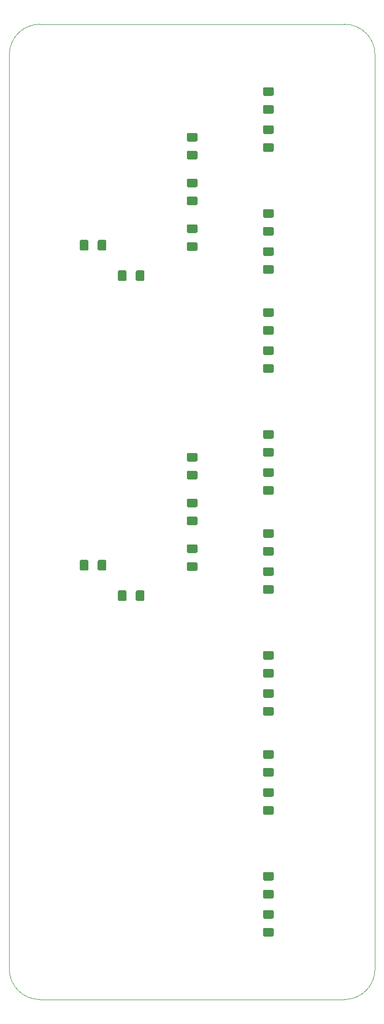
<source format=gbr>
G04 #@! TF.GenerationSoftware,KiCad,Pcbnew,5.1.5+dfsg1-2*
G04 #@! TF.CreationDate,2020-01-28T14:08:21-06:00*
G04 #@! TF.ProjectId,RS232-multiport,52533233-322d-46d7-956c-7469706f7274,2.0.0*
G04 #@! TF.SameCoordinates,Original*
G04 #@! TF.FileFunction,Paste,Top*
G04 #@! TF.FilePolarity,Positive*
%FSLAX46Y46*%
G04 Gerber Fmt 4.6, Leading zero omitted, Abs format (unit mm)*
G04 Created by KiCad (PCBNEW 5.1.5+dfsg1-2) date 2020-01-28 14:08:21*
%MOMM*%
%LPD*%
G04 APERTURE LIST*
%ADD10C,0.050000*%
%ADD11C,0.100000*%
G04 APERTURE END LIST*
D10*
X76200000Y-182880000D02*
X127000000Y-182880000D01*
X71120000Y-25400000D02*
X71120000Y-177800000D01*
X76200000Y-20320000D02*
X127000000Y-20320000D01*
X71120000Y-25400000D02*
G75*
G02X76200000Y-20320000I5080000J0D01*
G01*
X76200000Y-182880000D02*
G75*
G02X71120000Y-177800000I0J5080000D01*
G01*
X132080000Y-177800000D02*
G75*
G02X127000000Y-182880000I-5080000J0D01*
G01*
X132080000Y-177800000D02*
X132080000Y-25400000D01*
X127000000Y-20320000D02*
G75*
G02X132080000Y-25400000I0J-5080000D01*
G01*
D11*
G36*
X102249504Y-91781204D02*
G01*
X102273773Y-91784804D01*
X102297571Y-91790765D01*
X102320671Y-91799030D01*
X102342849Y-91809520D01*
X102363893Y-91822133D01*
X102383598Y-91836747D01*
X102401777Y-91853223D01*
X102418253Y-91871402D01*
X102432867Y-91891107D01*
X102445480Y-91912151D01*
X102455970Y-91934329D01*
X102464235Y-91957429D01*
X102470196Y-91981227D01*
X102473796Y-92005496D01*
X102475000Y-92030000D01*
X102475000Y-92955000D01*
X102473796Y-92979504D01*
X102470196Y-93003773D01*
X102464235Y-93027571D01*
X102455970Y-93050671D01*
X102445480Y-93072849D01*
X102432867Y-93093893D01*
X102418253Y-93113598D01*
X102401777Y-93131777D01*
X102383598Y-93148253D01*
X102363893Y-93162867D01*
X102342849Y-93175480D01*
X102320671Y-93185970D01*
X102297571Y-93194235D01*
X102273773Y-93200196D01*
X102249504Y-93203796D01*
X102225000Y-93205000D01*
X100975000Y-93205000D01*
X100950496Y-93203796D01*
X100926227Y-93200196D01*
X100902429Y-93194235D01*
X100879329Y-93185970D01*
X100857151Y-93175480D01*
X100836107Y-93162867D01*
X100816402Y-93148253D01*
X100798223Y-93131777D01*
X100781747Y-93113598D01*
X100767133Y-93093893D01*
X100754520Y-93072849D01*
X100744030Y-93050671D01*
X100735765Y-93027571D01*
X100729804Y-93003773D01*
X100726204Y-92979504D01*
X100725000Y-92955000D01*
X100725000Y-92030000D01*
X100726204Y-92005496D01*
X100729804Y-91981227D01*
X100735765Y-91957429D01*
X100744030Y-91934329D01*
X100754520Y-91912151D01*
X100767133Y-91891107D01*
X100781747Y-91871402D01*
X100798223Y-91853223D01*
X100816402Y-91836747D01*
X100836107Y-91822133D01*
X100857151Y-91809520D01*
X100879329Y-91799030D01*
X100902429Y-91790765D01*
X100926227Y-91784804D01*
X100950496Y-91781204D01*
X100975000Y-91780000D01*
X102225000Y-91780000D01*
X102249504Y-91781204D01*
G37*
G36*
X102249504Y-94756204D02*
G01*
X102273773Y-94759804D01*
X102297571Y-94765765D01*
X102320671Y-94774030D01*
X102342849Y-94784520D01*
X102363893Y-94797133D01*
X102383598Y-94811747D01*
X102401777Y-94828223D01*
X102418253Y-94846402D01*
X102432867Y-94866107D01*
X102445480Y-94887151D01*
X102455970Y-94909329D01*
X102464235Y-94932429D01*
X102470196Y-94956227D01*
X102473796Y-94980496D01*
X102475000Y-95005000D01*
X102475000Y-95930000D01*
X102473796Y-95954504D01*
X102470196Y-95978773D01*
X102464235Y-96002571D01*
X102455970Y-96025671D01*
X102445480Y-96047849D01*
X102432867Y-96068893D01*
X102418253Y-96088598D01*
X102401777Y-96106777D01*
X102383598Y-96123253D01*
X102363893Y-96137867D01*
X102342849Y-96150480D01*
X102320671Y-96160970D01*
X102297571Y-96169235D01*
X102273773Y-96175196D01*
X102249504Y-96178796D01*
X102225000Y-96180000D01*
X100975000Y-96180000D01*
X100950496Y-96178796D01*
X100926227Y-96175196D01*
X100902429Y-96169235D01*
X100879329Y-96160970D01*
X100857151Y-96150480D01*
X100836107Y-96137867D01*
X100816402Y-96123253D01*
X100798223Y-96106777D01*
X100781747Y-96088598D01*
X100767133Y-96068893D01*
X100754520Y-96047849D01*
X100744030Y-96025671D01*
X100735765Y-96002571D01*
X100729804Y-95978773D01*
X100726204Y-95954504D01*
X100725000Y-95930000D01*
X100725000Y-95005000D01*
X100726204Y-94980496D01*
X100729804Y-94956227D01*
X100735765Y-94932429D01*
X100744030Y-94909329D01*
X100754520Y-94887151D01*
X100767133Y-94866107D01*
X100781747Y-94846402D01*
X100798223Y-94828223D01*
X100816402Y-94811747D01*
X100836107Y-94797133D01*
X100857151Y-94784520D01*
X100879329Y-94774030D01*
X100902429Y-94765765D01*
X100926227Y-94759804D01*
X100950496Y-94756204D01*
X100975000Y-94755000D01*
X102225000Y-94755000D01*
X102249504Y-94756204D01*
G37*
G36*
X90439504Y-114696204D02*
G01*
X90463773Y-114699804D01*
X90487571Y-114705765D01*
X90510671Y-114714030D01*
X90532849Y-114724520D01*
X90553893Y-114737133D01*
X90573598Y-114751747D01*
X90591777Y-114768223D01*
X90608253Y-114786402D01*
X90622867Y-114806107D01*
X90635480Y-114827151D01*
X90645970Y-114849329D01*
X90654235Y-114872429D01*
X90660196Y-114896227D01*
X90663796Y-114920496D01*
X90665000Y-114945000D01*
X90665000Y-116195000D01*
X90663796Y-116219504D01*
X90660196Y-116243773D01*
X90654235Y-116267571D01*
X90645970Y-116290671D01*
X90635480Y-116312849D01*
X90622867Y-116333893D01*
X90608253Y-116353598D01*
X90591777Y-116371777D01*
X90573598Y-116388253D01*
X90553893Y-116402867D01*
X90532849Y-116415480D01*
X90510671Y-116425970D01*
X90487571Y-116434235D01*
X90463773Y-116440196D01*
X90439504Y-116443796D01*
X90415000Y-116445000D01*
X89490000Y-116445000D01*
X89465496Y-116443796D01*
X89441227Y-116440196D01*
X89417429Y-116434235D01*
X89394329Y-116425970D01*
X89372151Y-116415480D01*
X89351107Y-116402867D01*
X89331402Y-116388253D01*
X89313223Y-116371777D01*
X89296747Y-116353598D01*
X89282133Y-116333893D01*
X89269520Y-116312849D01*
X89259030Y-116290671D01*
X89250765Y-116267571D01*
X89244804Y-116243773D01*
X89241204Y-116219504D01*
X89240000Y-116195000D01*
X89240000Y-114945000D01*
X89241204Y-114920496D01*
X89244804Y-114896227D01*
X89250765Y-114872429D01*
X89259030Y-114849329D01*
X89269520Y-114827151D01*
X89282133Y-114806107D01*
X89296747Y-114786402D01*
X89313223Y-114768223D01*
X89331402Y-114751747D01*
X89351107Y-114737133D01*
X89372151Y-114724520D01*
X89394329Y-114714030D01*
X89417429Y-114705765D01*
X89441227Y-114699804D01*
X89465496Y-114696204D01*
X89490000Y-114695000D01*
X90415000Y-114695000D01*
X90439504Y-114696204D01*
G37*
G36*
X93414504Y-114696204D02*
G01*
X93438773Y-114699804D01*
X93462571Y-114705765D01*
X93485671Y-114714030D01*
X93507849Y-114724520D01*
X93528893Y-114737133D01*
X93548598Y-114751747D01*
X93566777Y-114768223D01*
X93583253Y-114786402D01*
X93597867Y-114806107D01*
X93610480Y-114827151D01*
X93620970Y-114849329D01*
X93629235Y-114872429D01*
X93635196Y-114896227D01*
X93638796Y-114920496D01*
X93640000Y-114945000D01*
X93640000Y-116195000D01*
X93638796Y-116219504D01*
X93635196Y-116243773D01*
X93629235Y-116267571D01*
X93620970Y-116290671D01*
X93610480Y-116312849D01*
X93597867Y-116333893D01*
X93583253Y-116353598D01*
X93566777Y-116371777D01*
X93548598Y-116388253D01*
X93528893Y-116402867D01*
X93507849Y-116415480D01*
X93485671Y-116425970D01*
X93462571Y-116434235D01*
X93438773Y-116440196D01*
X93414504Y-116443796D01*
X93390000Y-116445000D01*
X92465000Y-116445000D01*
X92440496Y-116443796D01*
X92416227Y-116440196D01*
X92392429Y-116434235D01*
X92369329Y-116425970D01*
X92347151Y-116415480D01*
X92326107Y-116402867D01*
X92306402Y-116388253D01*
X92288223Y-116371777D01*
X92271747Y-116353598D01*
X92257133Y-116333893D01*
X92244520Y-116312849D01*
X92234030Y-116290671D01*
X92225765Y-116267571D01*
X92219804Y-116243773D01*
X92216204Y-116219504D01*
X92215000Y-116195000D01*
X92215000Y-114945000D01*
X92216204Y-114920496D01*
X92219804Y-114896227D01*
X92225765Y-114872429D01*
X92234030Y-114849329D01*
X92244520Y-114827151D01*
X92257133Y-114806107D01*
X92271747Y-114786402D01*
X92288223Y-114768223D01*
X92306402Y-114751747D01*
X92326107Y-114737133D01*
X92347151Y-114724520D01*
X92369329Y-114714030D01*
X92392429Y-114705765D01*
X92416227Y-114699804D01*
X92440496Y-114696204D01*
X92465000Y-114695000D01*
X93390000Y-114695000D01*
X93414504Y-114696204D01*
G37*
G36*
X102249504Y-38441204D02*
G01*
X102273773Y-38444804D01*
X102297571Y-38450765D01*
X102320671Y-38459030D01*
X102342849Y-38469520D01*
X102363893Y-38482133D01*
X102383598Y-38496747D01*
X102401777Y-38513223D01*
X102418253Y-38531402D01*
X102432867Y-38551107D01*
X102445480Y-38572151D01*
X102455970Y-38594329D01*
X102464235Y-38617429D01*
X102470196Y-38641227D01*
X102473796Y-38665496D01*
X102475000Y-38690000D01*
X102475000Y-39615000D01*
X102473796Y-39639504D01*
X102470196Y-39663773D01*
X102464235Y-39687571D01*
X102455970Y-39710671D01*
X102445480Y-39732849D01*
X102432867Y-39753893D01*
X102418253Y-39773598D01*
X102401777Y-39791777D01*
X102383598Y-39808253D01*
X102363893Y-39822867D01*
X102342849Y-39835480D01*
X102320671Y-39845970D01*
X102297571Y-39854235D01*
X102273773Y-39860196D01*
X102249504Y-39863796D01*
X102225000Y-39865000D01*
X100975000Y-39865000D01*
X100950496Y-39863796D01*
X100926227Y-39860196D01*
X100902429Y-39854235D01*
X100879329Y-39845970D01*
X100857151Y-39835480D01*
X100836107Y-39822867D01*
X100816402Y-39808253D01*
X100798223Y-39791777D01*
X100781747Y-39773598D01*
X100767133Y-39753893D01*
X100754520Y-39732849D01*
X100744030Y-39710671D01*
X100735765Y-39687571D01*
X100729804Y-39663773D01*
X100726204Y-39639504D01*
X100725000Y-39615000D01*
X100725000Y-38690000D01*
X100726204Y-38665496D01*
X100729804Y-38641227D01*
X100735765Y-38617429D01*
X100744030Y-38594329D01*
X100754520Y-38572151D01*
X100767133Y-38551107D01*
X100781747Y-38531402D01*
X100798223Y-38513223D01*
X100816402Y-38496747D01*
X100836107Y-38482133D01*
X100857151Y-38469520D01*
X100879329Y-38459030D01*
X100902429Y-38450765D01*
X100926227Y-38444804D01*
X100950496Y-38441204D01*
X100975000Y-38440000D01*
X102225000Y-38440000D01*
X102249504Y-38441204D01*
G37*
G36*
X102249504Y-41416204D02*
G01*
X102273773Y-41419804D01*
X102297571Y-41425765D01*
X102320671Y-41434030D01*
X102342849Y-41444520D01*
X102363893Y-41457133D01*
X102383598Y-41471747D01*
X102401777Y-41488223D01*
X102418253Y-41506402D01*
X102432867Y-41526107D01*
X102445480Y-41547151D01*
X102455970Y-41569329D01*
X102464235Y-41592429D01*
X102470196Y-41616227D01*
X102473796Y-41640496D01*
X102475000Y-41665000D01*
X102475000Y-42590000D01*
X102473796Y-42614504D01*
X102470196Y-42638773D01*
X102464235Y-42662571D01*
X102455970Y-42685671D01*
X102445480Y-42707849D01*
X102432867Y-42728893D01*
X102418253Y-42748598D01*
X102401777Y-42766777D01*
X102383598Y-42783253D01*
X102363893Y-42797867D01*
X102342849Y-42810480D01*
X102320671Y-42820970D01*
X102297571Y-42829235D01*
X102273773Y-42835196D01*
X102249504Y-42838796D01*
X102225000Y-42840000D01*
X100975000Y-42840000D01*
X100950496Y-42838796D01*
X100926227Y-42835196D01*
X100902429Y-42829235D01*
X100879329Y-42820970D01*
X100857151Y-42810480D01*
X100836107Y-42797867D01*
X100816402Y-42783253D01*
X100798223Y-42766777D01*
X100781747Y-42748598D01*
X100767133Y-42728893D01*
X100754520Y-42707849D01*
X100744030Y-42685671D01*
X100735765Y-42662571D01*
X100729804Y-42638773D01*
X100726204Y-42614504D01*
X100725000Y-42590000D01*
X100725000Y-41665000D01*
X100726204Y-41640496D01*
X100729804Y-41616227D01*
X100735765Y-41592429D01*
X100744030Y-41569329D01*
X100754520Y-41547151D01*
X100767133Y-41526107D01*
X100781747Y-41506402D01*
X100798223Y-41488223D01*
X100816402Y-41471747D01*
X100836107Y-41457133D01*
X100857151Y-41444520D01*
X100879329Y-41434030D01*
X100902429Y-41425765D01*
X100926227Y-41419804D01*
X100950496Y-41416204D01*
X100975000Y-41415000D01*
X102225000Y-41415000D01*
X102249504Y-41416204D01*
G37*
G36*
X90439504Y-61356204D02*
G01*
X90463773Y-61359804D01*
X90487571Y-61365765D01*
X90510671Y-61374030D01*
X90532849Y-61384520D01*
X90553893Y-61397133D01*
X90573598Y-61411747D01*
X90591777Y-61428223D01*
X90608253Y-61446402D01*
X90622867Y-61466107D01*
X90635480Y-61487151D01*
X90645970Y-61509329D01*
X90654235Y-61532429D01*
X90660196Y-61556227D01*
X90663796Y-61580496D01*
X90665000Y-61605000D01*
X90665000Y-62855000D01*
X90663796Y-62879504D01*
X90660196Y-62903773D01*
X90654235Y-62927571D01*
X90645970Y-62950671D01*
X90635480Y-62972849D01*
X90622867Y-62993893D01*
X90608253Y-63013598D01*
X90591777Y-63031777D01*
X90573598Y-63048253D01*
X90553893Y-63062867D01*
X90532849Y-63075480D01*
X90510671Y-63085970D01*
X90487571Y-63094235D01*
X90463773Y-63100196D01*
X90439504Y-63103796D01*
X90415000Y-63105000D01*
X89490000Y-63105000D01*
X89465496Y-63103796D01*
X89441227Y-63100196D01*
X89417429Y-63094235D01*
X89394329Y-63085970D01*
X89372151Y-63075480D01*
X89351107Y-63062867D01*
X89331402Y-63048253D01*
X89313223Y-63031777D01*
X89296747Y-63013598D01*
X89282133Y-62993893D01*
X89269520Y-62972849D01*
X89259030Y-62950671D01*
X89250765Y-62927571D01*
X89244804Y-62903773D01*
X89241204Y-62879504D01*
X89240000Y-62855000D01*
X89240000Y-61605000D01*
X89241204Y-61580496D01*
X89244804Y-61556227D01*
X89250765Y-61532429D01*
X89259030Y-61509329D01*
X89269520Y-61487151D01*
X89282133Y-61466107D01*
X89296747Y-61446402D01*
X89313223Y-61428223D01*
X89331402Y-61411747D01*
X89351107Y-61397133D01*
X89372151Y-61384520D01*
X89394329Y-61374030D01*
X89417429Y-61365765D01*
X89441227Y-61359804D01*
X89465496Y-61356204D01*
X89490000Y-61355000D01*
X90415000Y-61355000D01*
X90439504Y-61356204D01*
G37*
G36*
X93414504Y-61356204D02*
G01*
X93438773Y-61359804D01*
X93462571Y-61365765D01*
X93485671Y-61374030D01*
X93507849Y-61384520D01*
X93528893Y-61397133D01*
X93548598Y-61411747D01*
X93566777Y-61428223D01*
X93583253Y-61446402D01*
X93597867Y-61466107D01*
X93610480Y-61487151D01*
X93620970Y-61509329D01*
X93629235Y-61532429D01*
X93635196Y-61556227D01*
X93638796Y-61580496D01*
X93640000Y-61605000D01*
X93640000Y-62855000D01*
X93638796Y-62879504D01*
X93635196Y-62903773D01*
X93629235Y-62927571D01*
X93620970Y-62950671D01*
X93610480Y-62972849D01*
X93597867Y-62993893D01*
X93583253Y-63013598D01*
X93566777Y-63031777D01*
X93548598Y-63048253D01*
X93528893Y-63062867D01*
X93507849Y-63075480D01*
X93485671Y-63085970D01*
X93462571Y-63094235D01*
X93438773Y-63100196D01*
X93414504Y-63103796D01*
X93390000Y-63105000D01*
X92465000Y-63105000D01*
X92440496Y-63103796D01*
X92416227Y-63100196D01*
X92392429Y-63094235D01*
X92369329Y-63085970D01*
X92347151Y-63075480D01*
X92326107Y-63062867D01*
X92306402Y-63048253D01*
X92288223Y-63031777D01*
X92271747Y-63013598D01*
X92257133Y-62993893D01*
X92244520Y-62972849D01*
X92234030Y-62950671D01*
X92225765Y-62927571D01*
X92219804Y-62903773D01*
X92216204Y-62879504D01*
X92215000Y-62855000D01*
X92215000Y-61605000D01*
X92216204Y-61580496D01*
X92219804Y-61556227D01*
X92225765Y-61532429D01*
X92234030Y-61509329D01*
X92244520Y-61487151D01*
X92257133Y-61466107D01*
X92271747Y-61446402D01*
X92288223Y-61428223D01*
X92306402Y-61411747D01*
X92326107Y-61397133D01*
X92347151Y-61384520D01*
X92369329Y-61374030D01*
X92392429Y-61365765D01*
X92416227Y-61359804D01*
X92440496Y-61356204D01*
X92465000Y-61355000D01*
X93390000Y-61355000D01*
X93414504Y-61356204D01*
G37*
G36*
X102249504Y-99401204D02*
G01*
X102273773Y-99404804D01*
X102297571Y-99410765D01*
X102320671Y-99419030D01*
X102342849Y-99429520D01*
X102363893Y-99442133D01*
X102383598Y-99456747D01*
X102401777Y-99473223D01*
X102418253Y-99491402D01*
X102432867Y-99511107D01*
X102445480Y-99532151D01*
X102455970Y-99554329D01*
X102464235Y-99577429D01*
X102470196Y-99601227D01*
X102473796Y-99625496D01*
X102475000Y-99650000D01*
X102475000Y-100575000D01*
X102473796Y-100599504D01*
X102470196Y-100623773D01*
X102464235Y-100647571D01*
X102455970Y-100670671D01*
X102445480Y-100692849D01*
X102432867Y-100713893D01*
X102418253Y-100733598D01*
X102401777Y-100751777D01*
X102383598Y-100768253D01*
X102363893Y-100782867D01*
X102342849Y-100795480D01*
X102320671Y-100805970D01*
X102297571Y-100814235D01*
X102273773Y-100820196D01*
X102249504Y-100823796D01*
X102225000Y-100825000D01*
X100975000Y-100825000D01*
X100950496Y-100823796D01*
X100926227Y-100820196D01*
X100902429Y-100814235D01*
X100879329Y-100805970D01*
X100857151Y-100795480D01*
X100836107Y-100782867D01*
X100816402Y-100768253D01*
X100798223Y-100751777D01*
X100781747Y-100733598D01*
X100767133Y-100713893D01*
X100754520Y-100692849D01*
X100744030Y-100670671D01*
X100735765Y-100647571D01*
X100729804Y-100623773D01*
X100726204Y-100599504D01*
X100725000Y-100575000D01*
X100725000Y-99650000D01*
X100726204Y-99625496D01*
X100729804Y-99601227D01*
X100735765Y-99577429D01*
X100744030Y-99554329D01*
X100754520Y-99532151D01*
X100767133Y-99511107D01*
X100781747Y-99491402D01*
X100798223Y-99473223D01*
X100816402Y-99456747D01*
X100836107Y-99442133D01*
X100857151Y-99429520D01*
X100879329Y-99419030D01*
X100902429Y-99410765D01*
X100926227Y-99404804D01*
X100950496Y-99401204D01*
X100975000Y-99400000D01*
X102225000Y-99400000D01*
X102249504Y-99401204D01*
G37*
G36*
X102249504Y-102376204D02*
G01*
X102273773Y-102379804D01*
X102297571Y-102385765D01*
X102320671Y-102394030D01*
X102342849Y-102404520D01*
X102363893Y-102417133D01*
X102383598Y-102431747D01*
X102401777Y-102448223D01*
X102418253Y-102466402D01*
X102432867Y-102486107D01*
X102445480Y-102507151D01*
X102455970Y-102529329D01*
X102464235Y-102552429D01*
X102470196Y-102576227D01*
X102473796Y-102600496D01*
X102475000Y-102625000D01*
X102475000Y-103550000D01*
X102473796Y-103574504D01*
X102470196Y-103598773D01*
X102464235Y-103622571D01*
X102455970Y-103645671D01*
X102445480Y-103667849D01*
X102432867Y-103688893D01*
X102418253Y-103708598D01*
X102401777Y-103726777D01*
X102383598Y-103743253D01*
X102363893Y-103757867D01*
X102342849Y-103770480D01*
X102320671Y-103780970D01*
X102297571Y-103789235D01*
X102273773Y-103795196D01*
X102249504Y-103798796D01*
X102225000Y-103800000D01*
X100975000Y-103800000D01*
X100950496Y-103798796D01*
X100926227Y-103795196D01*
X100902429Y-103789235D01*
X100879329Y-103780970D01*
X100857151Y-103770480D01*
X100836107Y-103757867D01*
X100816402Y-103743253D01*
X100798223Y-103726777D01*
X100781747Y-103708598D01*
X100767133Y-103688893D01*
X100754520Y-103667849D01*
X100744030Y-103645671D01*
X100735765Y-103622571D01*
X100729804Y-103598773D01*
X100726204Y-103574504D01*
X100725000Y-103550000D01*
X100725000Y-102625000D01*
X100726204Y-102600496D01*
X100729804Y-102576227D01*
X100735765Y-102552429D01*
X100744030Y-102529329D01*
X100754520Y-102507151D01*
X100767133Y-102486107D01*
X100781747Y-102466402D01*
X100798223Y-102448223D01*
X100816402Y-102431747D01*
X100836107Y-102417133D01*
X100857151Y-102404520D01*
X100879329Y-102394030D01*
X100902429Y-102385765D01*
X100926227Y-102379804D01*
X100950496Y-102376204D01*
X100975000Y-102375000D01*
X102225000Y-102375000D01*
X102249504Y-102376204D01*
G37*
G36*
X102249504Y-46061204D02*
G01*
X102273773Y-46064804D01*
X102297571Y-46070765D01*
X102320671Y-46079030D01*
X102342849Y-46089520D01*
X102363893Y-46102133D01*
X102383598Y-46116747D01*
X102401777Y-46133223D01*
X102418253Y-46151402D01*
X102432867Y-46171107D01*
X102445480Y-46192151D01*
X102455970Y-46214329D01*
X102464235Y-46237429D01*
X102470196Y-46261227D01*
X102473796Y-46285496D01*
X102475000Y-46310000D01*
X102475000Y-47235000D01*
X102473796Y-47259504D01*
X102470196Y-47283773D01*
X102464235Y-47307571D01*
X102455970Y-47330671D01*
X102445480Y-47352849D01*
X102432867Y-47373893D01*
X102418253Y-47393598D01*
X102401777Y-47411777D01*
X102383598Y-47428253D01*
X102363893Y-47442867D01*
X102342849Y-47455480D01*
X102320671Y-47465970D01*
X102297571Y-47474235D01*
X102273773Y-47480196D01*
X102249504Y-47483796D01*
X102225000Y-47485000D01*
X100975000Y-47485000D01*
X100950496Y-47483796D01*
X100926227Y-47480196D01*
X100902429Y-47474235D01*
X100879329Y-47465970D01*
X100857151Y-47455480D01*
X100836107Y-47442867D01*
X100816402Y-47428253D01*
X100798223Y-47411777D01*
X100781747Y-47393598D01*
X100767133Y-47373893D01*
X100754520Y-47352849D01*
X100744030Y-47330671D01*
X100735765Y-47307571D01*
X100729804Y-47283773D01*
X100726204Y-47259504D01*
X100725000Y-47235000D01*
X100725000Y-46310000D01*
X100726204Y-46285496D01*
X100729804Y-46261227D01*
X100735765Y-46237429D01*
X100744030Y-46214329D01*
X100754520Y-46192151D01*
X100767133Y-46171107D01*
X100781747Y-46151402D01*
X100798223Y-46133223D01*
X100816402Y-46116747D01*
X100836107Y-46102133D01*
X100857151Y-46089520D01*
X100879329Y-46079030D01*
X100902429Y-46070765D01*
X100926227Y-46064804D01*
X100950496Y-46061204D01*
X100975000Y-46060000D01*
X102225000Y-46060000D01*
X102249504Y-46061204D01*
G37*
G36*
X102249504Y-49036204D02*
G01*
X102273773Y-49039804D01*
X102297571Y-49045765D01*
X102320671Y-49054030D01*
X102342849Y-49064520D01*
X102363893Y-49077133D01*
X102383598Y-49091747D01*
X102401777Y-49108223D01*
X102418253Y-49126402D01*
X102432867Y-49146107D01*
X102445480Y-49167151D01*
X102455970Y-49189329D01*
X102464235Y-49212429D01*
X102470196Y-49236227D01*
X102473796Y-49260496D01*
X102475000Y-49285000D01*
X102475000Y-50210000D01*
X102473796Y-50234504D01*
X102470196Y-50258773D01*
X102464235Y-50282571D01*
X102455970Y-50305671D01*
X102445480Y-50327849D01*
X102432867Y-50348893D01*
X102418253Y-50368598D01*
X102401777Y-50386777D01*
X102383598Y-50403253D01*
X102363893Y-50417867D01*
X102342849Y-50430480D01*
X102320671Y-50440970D01*
X102297571Y-50449235D01*
X102273773Y-50455196D01*
X102249504Y-50458796D01*
X102225000Y-50460000D01*
X100975000Y-50460000D01*
X100950496Y-50458796D01*
X100926227Y-50455196D01*
X100902429Y-50449235D01*
X100879329Y-50440970D01*
X100857151Y-50430480D01*
X100836107Y-50417867D01*
X100816402Y-50403253D01*
X100798223Y-50386777D01*
X100781747Y-50368598D01*
X100767133Y-50348893D01*
X100754520Y-50327849D01*
X100744030Y-50305671D01*
X100735765Y-50282571D01*
X100729804Y-50258773D01*
X100726204Y-50234504D01*
X100725000Y-50210000D01*
X100725000Y-49285000D01*
X100726204Y-49260496D01*
X100729804Y-49236227D01*
X100735765Y-49212429D01*
X100744030Y-49189329D01*
X100754520Y-49167151D01*
X100767133Y-49146107D01*
X100781747Y-49126402D01*
X100798223Y-49108223D01*
X100816402Y-49091747D01*
X100836107Y-49077133D01*
X100857151Y-49064520D01*
X100879329Y-49054030D01*
X100902429Y-49045765D01*
X100926227Y-49039804D01*
X100950496Y-49036204D01*
X100975000Y-49035000D01*
X102225000Y-49035000D01*
X102249504Y-49036204D01*
G37*
G36*
X87064504Y-109616204D02*
G01*
X87088773Y-109619804D01*
X87112571Y-109625765D01*
X87135671Y-109634030D01*
X87157849Y-109644520D01*
X87178893Y-109657133D01*
X87198598Y-109671747D01*
X87216777Y-109688223D01*
X87233253Y-109706402D01*
X87247867Y-109726107D01*
X87260480Y-109747151D01*
X87270970Y-109769329D01*
X87279235Y-109792429D01*
X87285196Y-109816227D01*
X87288796Y-109840496D01*
X87290000Y-109865000D01*
X87290000Y-111115000D01*
X87288796Y-111139504D01*
X87285196Y-111163773D01*
X87279235Y-111187571D01*
X87270970Y-111210671D01*
X87260480Y-111232849D01*
X87247867Y-111253893D01*
X87233253Y-111273598D01*
X87216777Y-111291777D01*
X87198598Y-111308253D01*
X87178893Y-111322867D01*
X87157849Y-111335480D01*
X87135671Y-111345970D01*
X87112571Y-111354235D01*
X87088773Y-111360196D01*
X87064504Y-111363796D01*
X87040000Y-111365000D01*
X86115000Y-111365000D01*
X86090496Y-111363796D01*
X86066227Y-111360196D01*
X86042429Y-111354235D01*
X86019329Y-111345970D01*
X85997151Y-111335480D01*
X85976107Y-111322867D01*
X85956402Y-111308253D01*
X85938223Y-111291777D01*
X85921747Y-111273598D01*
X85907133Y-111253893D01*
X85894520Y-111232849D01*
X85884030Y-111210671D01*
X85875765Y-111187571D01*
X85869804Y-111163773D01*
X85866204Y-111139504D01*
X85865000Y-111115000D01*
X85865000Y-109865000D01*
X85866204Y-109840496D01*
X85869804Y-109816227D01*
X85875765Y-109792429D01*
X85884030Y-109769329D01*
X85894520Y-109747151D01*
X85907133Y-109726107D01*
X85921747Y-109706402D01*
X85938223Y-109688223D01*
X85956402Y-109671747D01*
X85976107Y-109657133D01*
X85997151Y-109644520D01*
X86019329Y-109634030D01*
X86042429Y-109625765D01*
X86066227Y-109619804D01*
X86090496Y-109616204D01*
X86115000Y-109615000D01*
X87040000Y-109615000D01*
X87064504Y-109616204D01*
G37*
G36*
X84089504Y-109616204D02*
G01*
X84113773Y-109619804D01*
X84137571Y-109625765D01*
X84160671Y-109634030D01*
X84182849Y-109644520D01*
X84203893Y-109657133D01*
X84223598Y-109671747D01*
X84241777Y-109688223D01*
X84258253Y-109706402D01*
X84272867Y-109726107D01*
X84285480Y-109747151D01*
X84295970Y-109769329D01*
X84304235Y-109792429D01*
X84310196Y-109816227D01*
X84313796Y-109840496D01*
X84315000Y-109865000D01*
X84315000Y-111115000D01*
X84313796Y-111139504D01*
X84310196Y-111163773D01*
X84304235Y-111187571D01*
X84295970Y-111210671D01*
X84285480Y-111232849D01*
X84272867Y-111253893D01*
X84258253Y-111273598D01*
X84241777Y-111291777D01*
X84223598Y-111308253D01*
X84203893Y-111322867D01*
X84182849Y-111335480D01*
X84160671Y-111345970D01*
X84137571Y-111354235D01*
X84113773Y-111360196D01*
X84089504Y-111363796D01*
X84065000Y-111365000D01*
X83140000Y-111365000D01*
X83115496Y-111363796D01*
X83091227Y-111360196D01*
X83067429Y-111354235D01*
X83044329Y-111345970D01*
X83022151Y-111335480D01*
X83001107Y-111322867D01*
X82981402Y-111308253D01*
X82963223Y-111291777D01*
X82946747Y-111273598D01*
X82932133Y-111253893D01*
X82919520Y-111232849D01*
X82909030Y-111210671D01*
X82900765Y-111187571D01*
X82894804Y-111163773D01*
X82891204Y-111139504D01*
X82890000Y-111115000D01*
X82890000Y-109865000D01*
X82891204Y-109840496D01*
X82894804Y-109816227D01*
X82900765Y-109792429D01*
X82909030Y-109769329D01*
X82919520Y-109747151D01*
X82932133Y-109726107D01*
X82946747Y-109706402D01*
X82963223Y-109688223D01*
X82981402Y-109671747D01*
X83001107Y-109657133D01*
X83022151Y-109644520D01*
X83044329Y-109634030D01*
X83067429Y-109625765D01*
X83091227Y-109619804D01*
X83115496Y-109616204D01*
X83140000Y-109615000D01*
X84065000Y-109615000D01*
X84089504Y-109616204D01*
G37*
G36*
X87064504Y-56276204D02*
G01*
X87088773Y-56279804D01*
X87112571Y-56285765D01*
X87135671Y-56294030D01*
X87157849Y-56304520D01*
X87178893Y-56317133D01*
X87198598Y-56331747D01*
X87216777Y-56348223D01*
X87233253Y-56366402D01*
X87247867Y-56386107D01*
X87260480Y-56407151D01*
X87270970Y-56429329D01*
X87279235Y-56452429D01*
X87285196Y-56476227D01*
X87288796Y-56500496D01*
X87290000Y-56525000D01*
X87290000Y-57775000D01*
X87288796Y-57799504D01*
X87285196Y-57823773D01*
X87279235Y-57847571D01*
X87270970Y-57870671D01*
X87260480Y-57892849D01*
X87247867Y-57913893D01*
X87233253Y-57933598D01*
X87216777Y-57951777D01*
X87198598Y-57968253D01*
X87178893Y-57982867D01*
X87157849Y-57995480D01*
X87135671Y-58005970D01*
X87112571Y-58014235D01*
X87088773Y-58020196D01*
X87064504Y-58023796D01*
X87040000Y-58025000D01*
X86115000Y-58025000D01*
X86090496Y-58023796D01*
X86066227Y-58020196D01*
X86042429Y-58014235D01*
X86019329Y-58005970D01*
X85997151Y-57995480D01*
X85976107Y-57982867D01*
X85956402Y-57968253D01*
X85938223Y-57951777D01*
X85921747Y-57933598D01*
X85907133Y-57913893D01*
X85894520Y-57892849D01*
X85884030Y-57870671D01*
X85875765Y-57847571D01*
X85869804Y-57823773D01*
X85866204Y-57799504D01*
X85865000Y-57775000D01*
X85865000Y-56525000D01*
X85866204Y-56500496D01*
X85869804Y-56476227D01*
X85875765Y-56452429D01*
X85884030Y-56429329D01*
X85894520Y-56407151D01*
X85907133Y-56386107D01*
X85921747Y-56366402D01*
X85938223Y-56348223D01*
X85956402Y-56331747D01*
X85976107Y-56317133D01*
X85997151Y-56304520D01*
X86019329Y-56294030D01*
X86042429Y-56285765D01*
X86066227Y-56279804D01*
X86090496Y-56276204D01*
X86115000Y-56275000D01*
X87040000Y-56275000D01*
X87064504Y-56276204D01*
G37*
G36*
X84089504Y-56276204D02*
G01*
X84113773Y-56279804D01*
X84137571Y-56285765D01*
X84160671Y-56294030D01*
X84182849Y-56304520D01*
X84203893Y-56317133D01*
X84223598Y-56331747D01*
X84241777Y-56348223D01*
X84258253Y-56366402D01*
X84272867Y-56386107D01*
X84285480Y-56407151D01*
X84295970Y-56429329D01*
X84304235Y-56452429D01*
X84310196Y-56476227D01*
X84313796Y-56500496D01*
X84315000Y-56525000D01*
X84315000Y-57775000D01*
X84313796Y-57799504D01*
X84310196Y-57823773D01*
X84304235Y-57847571D01*
X84295970Y-57870671D01*
X84285480Y-57892849D01*
X84272867Y-57913893D01*
X84258253Y-57933598D01*
X84241777Y-57951777D01*
X84223598Y-57968253D01*
X84203893Y-57982867D01*
X84182849Y-57995480D01*
X84160671Y-58005970D01*
X84137571Y-58014235D01*
X84113773Y-58020196D01*
X84089504Y-58023796D01*
X84065000Y-58025000D01*
X83140000Y-58025000D01*
X83115496Y-58023796D01*
X83091227Y-58020196D01*
X83067429Y-58014235D01*
X83044329Y-58005970D01*
X83022151Y-57995480D01*
X83001107Y-57982867D01*
X82981402Y-57968253D01*
X82963223Y-57951777D01*
X82946747Y-57933598D01*
X82932133Y-57913893D01*
X82919520Y-57892849D01*
X82909030Y-57870671D01*
X82900765Y-57847571D01*
X82894804Y-57823773D01*
X82891204Y-57799504D01*
X82890000Y-57775000D01*
X82890000Y-56525000D01*
X82891204Y-56500496D01*
X82894804Y-56476227D01*
X82900765Y-56452429D01*
X82909030Y-56429329D01*
X82919520Y-56407151D01*
X82932133Y-56386107D01*
X82946747Y-56366402D01*
X82963223Y-56348223D01*
X82981402Y-56331747D01*
X83001107Y-56317133D01*
X83022151Y-56304520D01*
X83044329Y-56294030D01*
X83067429Y-56285765D01*
X83091227Y-56279804D01*
X83115496Y-56276204D01*
X83140000Y-56275000D01*
X84065000Y-56275000D01*
X84089504Y-56276204D01*
G37*
G36*
X102249504Y-109996204D02*
G01*
X102273773Y-109999804D01*
X102297571Y-110005765D01*
X102320671Y-110014030D01*
X102342849Y-110024520D01*
X102363893Y-110037133D01*
X102383598Y-110051747D01*
X102401777Y-110068223D01*
X102418253Y-110086402D01*
X102432867Y-110106107D01*
X102445480Y-110127151D01*
X102455970Y-110149329D01*
X102464235Y-110172429D01*
X102470196Y-110196227D01*
X102473796Y-110220496D01*
X102475000Y-110245000D01*
X102475000Y-111170000D01*
X102473796Y-111194504D01*
X102470196Y-111218773D01*
X102464235Y-111242571D01*
X102455970Y-111265671D01*
X102445480Y-111287849D01*
X102432867Y-111308893D01*
X102418253Y-111328598D01*
X102401777Y-111346777D01*
X102383598Y-111363253D01*
X102363893Y-111377867D01*
X102342849Y-111390480D01*
X102320671Y-111400970D01*
X102297571Y-111409235D01*
X102273773Y-111415196D01*
X102249504Y-111418796D01*
X102225000Y-111420000D01*
X100975000Y-111420000D01*
X100950496Y-111418796D01*
X100926227Y-111415196D01*
X100902429Y-111409235D01*
X100879329Y-111400970D01*
X100857151Y-111390480D01*
X100836107Y-111377867D01*
X100816402Y-111363253D01*
X100798223Y-111346777D01*
X100781747Y-111328598D01*
X100767133Y-111308893D01*
X100754520Y-111287849D01*
X100744030Y-111265671D01*
X100735765Y-111242571D01*
X100729804Y-111218773D01*
X100726204Y-111194504D01*
X100725000Y-111170000D01*
X100725000Y-110245000D01*
X100726204Y-110220496D01*
X100729804Y-110196227D01*
X100735765Y-110172429D01*
X100744030Y-110149329D01*
X100754520Y-110127151D01*
X100767133Y-110106107D01*
X100781747Y-110086402D01*
X100798223Y-110068223D01*
X100816402Y-110051747D01*
X100836107Y-110037133D01*
X100857151Y-110024520D01*
X100879329Y-110014030D01*
X100902429Y-110005765D01*
X100926227Y-109999804D01*
X100950496Y-109996204D01*
X100975000Y-109995000D01*
X102225000Y-109995000D01*
X102249504Y-109996204D01*
G37*
G36*
X102249504Y-107021204D02*
G01*
X102273773Y-107024804D01*
X102297571Y-107030765D01*
X102320671Y-107039030D01*
X102342849Y-107049520D01*
X102363893Y-107062133D01*
X102383598Y-107076747D01*
X102401777Y-107093223D01*
X102418253Y-107111402D01*
X102432867Y-107131107D01*
X102445480Y-107152151D01*
X102455970Y-107174329D01*
X102464235Y-107197429D01*
X102470196Y-107221227D01*
X102473796Y-107245496D01*
X102475000Y-107270000D01*
X102475000Y-108195000D01*
X102473796Y-108219504D01*
X102470196Y-108243773D01*
X102464235Y-108267571D01*
X102455970Y-108290671D01*
X102445480Y-108312849D01*
X102432867Y-108333893D01*
X102418253Y-108353598D01*
X102401777Y-108371777D01*
X102383598Y-108388253D01*
X102363893Y-108402867D01*
X102342849Y-108415480D01*
X102320671Y-108425970D01*
X102297571Y-108434235D01*
X102273773Y-108440196D01*
X102249504Y-108443796D01*
X102225000Y-108445000D01*
X100975000Y-108445000D01*
X100950496Y-108443796D01*
X100926227Y-108440196D01*
X100902429Y-108434235D01*
X100879329Y-108425970D01*
X100857151Y-108415480D01*
X100836107Y-108402867D01*
X100816402Y-108388253D01*
X100798223Y-108371777D01*
X100781747Y-108353598D01*
X100767133Y-108333893D01*
X100754520Y-108312849D01*
X100744030Y-108290671D01*
X100735765Y-108267571D01*
X100729804Y-108243773D01*
X100726204Y-108219504D01*
X100725000Y-108195000D01*
X100725000Y-107270000D01*
X100726204Y-107245496D01*
X100729804Y-107221227D01*
X100735765Y-107197429D01*
X100744030Y-107174329D01*
X100754520Y-107152151D01*
X100767133Y-107131107D01*
X100781747Y-107111402D01*
X100798223Y-107093223D01*
X100816402Y-107076747D01*
X100836107Y-107062133D01*
X100857151Y-107049520D01*
X100879329Y-107039030D01*
X100902429Y-107030765D01*
X100926227Y-107024804D01*
X100950496Y-107021204D01*
X100975000Y-107020000D01*
X102225000Y-107020000D01*
X102249504Y-107021204D01*
G37*
G36*
X102249504Y-56656204D02*
G01*
X102273773Y-56659804D01*
X102297571Y-56665765D01*
X102320671Y-56674030D01*
X102342849Y-56684520D01*
X102363893Y-56697133D01*
X102383598Y-56711747D01*
X102401777Y-56728223D01*
X102418253Y-56746402D01*
X102432867Y-56766107D01*
X102445480Y-56787151D01*
X102455970Y-56809329D01*
X102464235Y-56832429D01*
X102470196Y-56856227D01*
X102473796Y-56880496D01*
X102475000Y-56905000D01*
X102475000Y-57830000D01*
X102473796Y-57854504D01*
X102470196Y-57878773D01*
X102464235Y-57902571D01*
X102455970Y-57925671D01*
X102445480Y-57947849D01*
X102432867Y-57968893D01*
X102418253Y-57988598D01*
X102401777Y-58006777D01*
X102383598Y-58023253D01*
X102363893Y-58037867D01*
X102342849Y-58050480D01*
X102320671Y-58060970D01*
X102297571Y-58069235D01*
X102273773Y-58075196D01*
X102249504Y-58078796D01*
X102225000Y-58080000D01*
X100975000Y-58080000D01*
X100950496Y-58078796D01*
X100926227Y-58075196D01*
X100902429Y-58069235D01*
X100879329Y-58060970D01*
X100857151Y-58050480D01*
X100836107Y-58037867D01*
X100816402Y-58023253D01*
X100798223Y-58006777D01*
X100781747Y-57988598D01*
X100767133Y-57968893D01*
X100754520Y-57947849D01*
X100744030Y-57925671D01*
X100735765Y-57902571D01*
X100729804Y-57878773D01*
X100726204Y-57854504D01*
X100725000Y-57830000D01*
X100725000Y-56905000D01*
X100726204Y-56880496D01*
X100729804Y-56856227D01*
X100735765Y-56832429D01*
X100744030Y-56809329D01*
X100754520Y-56787151D01*
X100767133Y-56766107D01*
X100781747Y-56746402D01*
X100798223Y-56728223D01*
X100816402Y-56711747D01*
X100836107Y-56697133D01*
X100857151Y-56684520D01*
X100879329Y-56674030D01*
X100902429Y-56665765D01*
X100926227Y-56659804D01*
X100950496Y-56656204D01*
X100975000Y-56655000D01*
X102225000Y-56655000D01*
X102249504Y-56656204D01*
G37*
G36*
X102249504Y-53681204D02*
G01*
X102273773Y-53684804D01*
X102297571Y-53690765D01*
X102320671Y-53699030D01*
X102342849Y-53709520D01*
X102363893Y-53722133D01*
X102383598Y-53736747D01*
X102401777Y-53753223D01*
X102418253Y-53771402D01*
X102432867Y-53791107D01*
X102445480Y-53812151D01*
X102455970Y-53834329D01*
X102464235Y-53857429D01*
X102470196Y-53881227D01*
X102473796Y-53905496D01*
X102475000Y-53930000D01*
X102475000Y-54855000D01*
X102473796Y-54879504D01*
X102470196Y-54903773D01*
X102464235Y-54927571D01*
X102455970Y-54950671D01*
X102445480Y-54972849D01*
X102432867Y-54993893D01*
X102418253Y-55013598D01*
X102401777Y-55031777D01*
X102383598Y-55048253D01*
X102363893Y-55062867D01*
X102342849Y-55075480D01*
X102320671Y-55085970D01*
X102297571Y-55094235D01*
X102273773Y-55100196D01*
X102249504Y-55103796D01*
X102225000Y-55105000D01*
X100975000Y-55105000D01*
X100950496Y-55103796D01*
X100926227Y-55100196D01*
X100902429Y-55094235D01*
X100879329Y-55085970D01*
X100857151Y-55075480D01*
X100836107Y-55062867D01*
X100816402Y-55048253D01*
X100798223Y-55031777D01*
X100781747Y-55013598D01*
X100767133Y-54993893D01*
X100754520Y-54972849D01*
X100744030Y-54950671D01*
X100735765Y-54927571D01*
X100729804Y-54903773D01*
X100726204Y-54879504D01*
X100725000Y-54855000D01*
X100725000Y-53930000D01*
X100726204Y-53905496D01*
X100729804Y-53881227D01*
X100735765Y-53857429D01*
X100744030Y-53834329D01*
X100754520Y-53812151D01*
X100767133Y-53791107D01*
X100781747Y-53771402D01*
X100798223Y-53753223D01*
X100816402Y-53736747D01*
X100836107Y-53722133D01*
X100857151Y-53709520D01*
X100879329Y-53699030D01*
X100902429Y-53690765D01*
X100926227Y-53684804D01*
X100950496Y-53681204D01*
X100975000Y-53680000D01*
X102225000Y-53680000D01*
X102249504Y-53681204D01*
G37*
G36*
X114949504Y-164606204D02*
G01*
X114973773Y-164609804D01*
X114997571Y-164615765D01*
X115020671Y-164624030D01*
X115042849Y-164634520D01*
X115063893Y-164647133D01*
X115083598Y-164661747D01*
X115101777Y-164678223D01*
X115118253Y-164696402D01*
X115132867Y-164716107D01*
X115145480Y-164737151D01*
X115155970Y-164759329D01*
X115164235Y-164782429D01*
X115170196Y-164806227D01*
X115173796Y-164830496D01*
X115175000Y-164855000D01*
X115175000Y-165780000D01*
X115173796Y-165804504D01*
X115170196Y-165828773D01*
X115164235Y-165852571D01*
X115155970Y-165875671D01*
X115145480Y-165897849D01*
X115132867Y-165918893D01*
X115118253Y-165938598D01*
X115101777Y-165956777D01*
X115083598Y-165973253D01*
X115063893Y-165987867D01*
X115042849Y-166000480D01*
X115020671Y-166010970D01*
X114997571Y-166019235D01*
X114973773Y-166025196D01*
X114949504Y-166028796D01*
X114925000Y-166030000D01*
X113675000Y-166030000D01*
X113650496Y-166028796D01*
X113626227Y-166025196D01*
X113602429Y-166019235D01*
X113579329Y-166010970D01*
X113557151Y-166000480D01*
X113536107Y-165987867D01*
X113516402Y-165973253D01*
X113498223Y-165956777D01*
X113481747Y-165938598D01*
X113467133Y-165918893D01*
X113454520Y-165897849D01*
X113444030Y-165875671D01*
X113435765Y-165852571D01*
X113429804Y-165828773D01*
X113426204Y-165804504D01*
X113425000Y-165780000D01*
X113425000Y-164855000D01*
X113426204Y-164830496D01*
X113429804Y-164806227D01*
X113435765Y-164782429D01*
X113444030Y-164759329D01*
X113454520Y-164737151D01*
X113467133Y-164716107D01*
X113481747Y-164696402D01*
X113498223Y-164678223D01*
X113516402Y-164661747D01*
X113536107Y-164647133D01*
X113557151Y-164634520D01*
X113579329Y-164624030D01*
X113602429Y-164615765D01*
X113626227Y-164609804D01*
X113650496Y-164606204D01*
X113675000Y-164605000D01*
X114925000Y-164605000D01*
X114949504Y-164606204D01*
G37*
G36*
X114949504Y-161631204D02*
G01*
X114973773Y-161634804D01*
X114997571Y-161640765D01*
X115020671Y-161649030D01*
X115042849Y-161659520D01*
X115063893Y-161672133D01*
X115083598Y-161686747D01*
X115101777Y-161703223D01*
X115118253Y-161721402D01*
X115132867Y-161741107D01*
X115145480Y-161762151D01*
X115155970Y-161784329D01*
X115164235Y-161807429D01*
X115170196Y-161831227D01*
X115173796Y-161855496D01*
X115175000Y-161880000D01*
X115175000Y-162805000D01*
X115173796Y-162829504D01*
X115170196Y-162853773D01*
X115164235Y-162877571D01*
X115155970Y-162900671D01*
X115145480Y-162922849D01*
X115132867Y-162943893D01*
X115118253Y-162963598D01*
X115101777Y-162981777D01*
X115083598Y-162998253D01*
X115063893Y-163012867D01*
X115042849Y-163025480D01*
X115020671Y-163035970D01*
X114997571Y-163044235D01*
X114973773Y-163050196D01*
X114949504Y-163053796D01*
X114925000Y-163055000D01*
X113675000Y-163055000D01*
X113650496Y-163053796D01*
X113626227Y-163050196D01*
X113602429Y-163044235D01*
X113579329Y-163035970D01*
X113557151Y-163025480D01*
X113536107Y-163012867D01*
X113516402Y-162998253D01*
X113498223Y-162981777D01*
X113481747Y-162963598D01*
X113467133Y-162943893D01*
X113454520Y-162922849D01*
X113444030Y-162900671D01*
X113435765Y-162877571D01*
X113429804Y-162853773D01*
X113426204Y-162829504D01*
X113425000Y-162805000D01*
X113425000Y-161880000D01*
X113426204Y-161855496D01*
X113429804Y-161831227D01*
X113435765Y-161807429D01*
X113444030Y-161784329D01*
X113454520Y-161762151D01*
X113467133Y-161741107D01*
X113481747Y-161721402D01*
X113498223Y-161703223D01*
X113516402Y-161686747D01*
X113536107Y-161672133D01*
X113557151Y-161659520D01*
X113579329Y-161649030D01*
X113602429Y-161640765D01*
X113626227Y-161634804D01*
X113650496Y-161631204D01*
X113675000Y-161630000D01*
X114925000Y-161630000D01*
X114949504Y-161631204D01*
G37*
G36*
X114949504Y-147661204D02*
G01*
X114973773Y-147664804D01*
X114997571Y-147670765D01*
X115020671Y-147679030D01*
X115042849Y-147689520D01*
X115063893Y-147702133D01*
X115083598Y-147716747D01*
X115101777Y-147733223D01*
X115118253Y-147751402D01*
X115132867Y-147771107D01*
X115145480Y-147792151D01*
X115155970Y-147814329D01*
X115164235Y-147837429D01*
X115170196Y-147861227D01*
X115173796Y-147885496D01*
X115175000Y-147910000D01*
X115175000Y-148835000D01*
X115173796Y-148859504D01*
X115170196Y-148883773D01*
X115164235Y-148907571D01*
X115155970Y-148930671D01*
X115145480Y-148952849D01*
X115132867Y-148973893D01*
X115118253Y-148993598D01*
X115101777Y-149011777D01*
X115083598Y-149028253D01*
X115063893Y-149042867D01*
X115042849Y-149055480D01*
X115020671Y-149065970D01*
X114997571Y-149074235D01*
X114973773Y-149080196D01*
X114949504Y-149083796D01*
X114925000Y-149085000D01*
X113675000Y-149085000D01*
X113650496Y-149083796D01*
X113626227Y-149080196D01*
X113602429Y-149074235D01*
X113579329Y-149065970D01*
X113557151Y-149055480D01*
X113536107Y-149042867D01*
X113516402Y-149028253D01*
X113498223Y-149011777D01*
X113481747Y-148993598D01*
X113467133Y-148973893D01*
X113454520Y-148952849D01*
X113444030Y-148930671D01*
X113435765Y-148907571D01*
X113429804Y-148883773D01*
X113426204Y-148859504D01*
X113425000Y-148835000D01*
X113425000Y-147910000D01*
X113426204Y-147885496D01*
X113429804Y-147861227D01*
X113435765Y-147837429D01*
X113444030Y-147814329D01*
X113454520Y-147792151D01*
X113467133Y-147771107D01*
X113481747Y-147751402D01*
X113498223Y-147733223D01*
X113516402Y-147716747D01*
X113536107Y-147702133D01*
X113557151Y-147689520D01*
X113579329Y-147679030D01*
X113602429Y-147670765D01*
X113626227Y-147664804D01*
X113650496Y-147661204D01*
X113675000Y-147660000D01*
X114925000Y-147660000D01*
X114949504Y-147661204D01*
G37*
G36*
X114949504Y-150636204D02*
G01*
X114973773Y-150639804D01*
X114997571Y-150645765D01*
X115020671Y-150654030D01*
X115042849Y-150664520D01*
X115063893Y-150677133D01*
X115083598Y-150691747D01*
X115101777Y-150708223D01*
X115118253Y-150726402D01*
X115132867Y-150746107D01*
X115145480Y-150767151D01*
X115155970Y-150789329D01*
X115164235Y-150812429D01*
X115170196Y-150836227D01*
X115173796Y-150860496D01*
X115175000Y-150885000D01*
X115175000Y-151810000D01*
X115173796Y-151834504D01*
X115170196Y-151858773D01*
X115164235Y-151882571D01*
X115155970Y-151905671D01*
X115145480Y-151927849D01*
X115132867Y-151948893D01*
X115118253Y-151968598D01*
X115101777Y-151986777D01*
X115083598Y-152003253D01*
X115063893Y-152017867D01*
X115042849Y-152030480D01*
X115020671Y-152040970D01*
X114997571Y-152049235D01*
X114973773Y-152055196D01*
X114949504Y-152058796D01*
X114925000Y-152060000D01*
X113675000Y-152060000D01*
X113650496Y-152058796D01*
X113626227Y-152055196D01*
X113602429Y-152049235D01*
X113579329Y-152040970D01*
X113557151Y-152030480D01*
X113536107Y-152017867D01*
X113516402Y-152003253D01*
X113498223Y-151986777D01*
X113481747Y-151968598D01*
X113467133Y-151948893D01*
X113454520Y-151927849D01*
X113444030Y-151905671D01*
X113435765Y-151882571D01*
X113429804Y-151858773D01*
X113426204Y-151834504D01*
X113425000Y-151810000D01*
X113425000Y-150885000D01*
X113426204Y-150860496D01*
X113429804Y-150836227D01*
X113435765Y-150812429D01*
X113444030Y-150789329D01*
X113454520Y-150767151D01*
X113467133Y-150746107D01*
X113481747Y-150726402D01*
X113498223Y-150708223D01*
X113516402Y-150691747D01*
X113536107Y-150677133D01*
X113557151Y-150664520D01*
X113579329Y-150654030D01*
X113602429Y-150645765D01*
X113626227Y-150639804D01*
X113650496Y-150636204D01*
X113675000Y-150635000D01*
X114925000Y-150635000D01*
X114949504Y-150636204D01*
G37*
G36*
X114949504Y-127776204D02*
G01*
X114973773Y-127779804D01*
X114997571Y-127785765D01*
X115020671Y-127794030D01*
X115042849Y-127804520D01*
X115063893Y-127817133D01*
X115083598Y-127831747D01*
X115101777Y-127848223D01*
X115118253Y-127866402D01*
X115132867Y-127886107D01*
X115145480Y-127907151D01*
X115155970Y-127929329D01*
X115164235Y-127952429D01*
X115170196Y-127976227D01*
X115173796Y-128000496D01*
X115175000Y-128025000D01*
X115175000Y-128950000D01*
X115173796Y-128974504D01*
X115170196Y-128998773D01*
X115164235Y-129022571D01*
X115155970Y-129045671D01*
X115145480Y-129067849D01*
X115132867Y-129088893D01*
X115118253Y-129108598D01*
X115101777Y-129126777D01*
X115083598Y-129143253D01*
X115063893Y-129157867D01*
X115042849Y-129170480D01*
X115020671Y-129180970D01*
X114997571Y-129189235D01*
X114973773Y-129195196D01*
X114949504Y-129198796D01*
X114925000Y-129200000D01*
X113675000Y-129200000D01*
X113650496Y-129198796D01*
X113626227Y-129195196D01*
X113602429Y-129189235D01*
X113579329Y-129180970D01*
X113557151Y-129170480D01*
X113536107Y-129157867D01*
X113516402Y-129143253D01*
X113498223Y-129126777D01*
X113481747Y-129108598D01*
X113467133Y-129088893D01*
X113454520Y-129067849D01*
X113444030Y-129045671D01*
X113435765Y-129022571D01*
X113429804Y-128998773D01*
X113426204Y-128974504D01*
X113425000Y-128950000D01*
X113425000Y-128025000D01*
X113426204Y-128000496D01*
X113429804Y-127976227D01*
X113435765Y-127952429D01*
X113444030Y-127929329D01*
X113454520Y-127907151D01*
X113467133Y-127886107D01*
X113481747Y-127866402D01*
X113498223Y-127848223D01*
X113516402Y-127831747D01*
X113536107Y-127817133D01*
X113557151Y-127804520D01*
X113579329Y-127794030D01*
X113602429Y-127785765D01*
X113626227Y-127779804D01*
X113650496Y-127776204D01*
X113675000Y-127775000D01*
X114925000Y-127775000D01*
X114949504Y-127776204D01*
G37*
G36*
X114949504Y-124801204D02*
G01*
X114973773Y-124804804D01*
X114997571Y-124810765D01*
X115020671Y-124819030D01*
X115042849Y-124829520D01*
X115063893Y-124842133D01*
X115083598Y-124856747D01*
X115101777Y-124873223D01*
X115118253Y-124891402D01*
X115132867Y-124911107D01*
X115145480Y-124932151D01*
X115155970Y-124954329D01*
X115164235Y-124977429D01*
X115170196Y-125001227D01*
X115173796Y-125025496D01*
X115175000Y-125050000D01*
X115175000Y-125975000D01*
X115173796Y-125999504D01*
X115170196Y-126023773D01*
X115164235Y-126047571D01*
X115155970Y-126070671D01*
X115145480Y-126092849D01*
X115132867Y-126113893D01*
X115118253Y-126133598D01*
X115101777Y-126151777D01*
X115083598Y-126168253D01*
X115063893Y-126182867D01*
X115042849Y-126195480D01*
X115020671Y-126205970D01*
X114997571Y-126214235D01*
X114973773Y-126220196D01*
X114949504Y-126223796D01*
X114925000Y-126225000D01*
X113675000Y-126225000D01*
X113650496Y-126223796D01*
X113626227Y-126220196D01*
X113602429Y-126214235D01*
X113579329Y-126205970D01*
X113557151Y-126195480D01*
X113536107Y-126182867D01*
X113516402Y-126168253D01*
X113498223Y-126151777D01*
X113481747Y-126133598D01*
X113467133Y-126113893D01*
X113454520Y-126092849D01*
X113444030Y-126070671D01*
X113435765Y-126047571D01*
X113429804Y-126023773D01*
X113426204Y-125999504D01*
X113425000Y-125975000D01*
X113425000Y-125050000D01*
X113426204Y-125025496D01*
X113429804Y-125001227D01*
X113435765Y-124977429D01*
X113444030Y-124954329D01*
X113454520Y-124932151D01*
X113467133Y-124911107D01*
X113481747Y-124891402D01*
X113498223Y-124873223D01*
X113516402Y-124856747D01*
X113536107Y-124842133D01*
X113557151Y-124829520D01*
X113579329Y-124819030D01*
X113602429Y-124810765D01*
X113626227Y-124804804D01*
X113650496Y-124801204D01*
X113675000Y-124800000D01*
X114925000Y-124800000D01*
X114949504Y-124801204D01*
G37*
G36*
X114949504Y-110831204D02*
G01*
X114973773Y-110834804D01*
X114997571Y-110840765D01*
X115020671Y-110849030D01*
X115042849Y-110859520D01*
X115063893Y-110872133D01*
X115083598Y-110886747D01*
X115101777Y-110903223D01*
X115118253Y-110921402D01*
X115132867Y-110941107D01*
X115145480Y-110962151D01*
X115155970Y-110984329D01*
X115164235Y-111007429D01*
X115170196Y-111031227D01*
X115173796Y-111055496D01*
X115175000Y-111080000D01*
X115175000Y-112005000D01*
X115173796Y-112029504D01*
X115170196Y-112053773D01*
X115164235Y-112077571D01*
X115155970Y-112100671D01*
X115145480Y-112122849D01*
X115132867Y-112143893D01*
X115118253Y-112163598D01*
X115101777Y-112181777D01*
X115083598Y-112198253D01*
X115063893Y-112212867D01*
X115042849Y-112225480D01*
X115020671Y-112235970D01*
X114997571Y-112244235D01*
X114973773Y-112250196D01*
X114949504Y-112253796D01*
X114925000Y-112255000D01*
X113675000Y-112255000D01*
X113650496Y-112253796D01*
X113626227Y-112250196D01*
X113602429Y-112244235D01*
X113579329Y-112235970D01*
X113557151Y-112225480D01*
X113536107Y-112212867D01*
X113516402Y-112198253D01*
X113498223Y-112181777D01*
X113481747Y-112163598D01*
X113467133Y-112143893D01*
X113454520Y-112122849D01*
X113444030Y-112100671D01*
X113435765Y-112077571D01*
X113429804Y-112053773D01*
X113426204Y-112029504D01*
X113425000Y-112005000D01*
X113425000Y-111080000D01*
X113426204Y-111055496D01*
X113429804Y-111031227D01*
X113435765Y-111007429D01*
X113444030Y-110984329D01*
X113454520Y-110962151D01*
X113467133Y-110941107D01*
X113481747Y-110921402D01*
X113498223Y-110903223D01*
X113516402Y-110886747D01*
X113536107Y-110872133D01*
X113557151Y-110859520D01*
X113579329Y-110849030D01*
X113602429Y-110840765D01*
X113626227Y-110834804D01*
X113650496Y-110831204D01*
X113675000Y-110830000D01*
X114925000Y-110830000D01*
X114949504Y-110831204D01*
G37*
G36*
X114949504Y-113806204D02*
G01*
X114973773Y-113809804D01*
X114997571Y-113815765D01*
X115020671Y-113824030D01*
X115042849Y-113834520D01*
X115063893Y-113847133D01*
X115083598Y-113861747D01*
X115101777Y-113878223D01*
X115118253Y-113896402D01*
X115132867Y-113916107D01*
X115145480Y-113937151D01*
X115155970Y-113959329D01*
X115164235Y-113982429D01*
X115170196Y-114006227D01*
X115173796Y-114030496D01*
X115175000Y-114055000D01*
X115175000Y-114980000D01*
X115173796Y-115004504D01*
X115170196Y-115028773D01*
X115164235Y-115052571D01*
X115155970Y-115075671D01*
X115145480Y-115097849D01*
X115132867Y-115118893D01*
X115118253Y-115138598D01*
X115101777Y-115156777D01*
X115083598Y-115173253D01*
X115063893Y-115187867D01*
X115042849Y-115200480D01*
X115020671Y-115210970D01*
X114997571Y-115219235D01*
X114973773Y-115225196D01*
X114949504Y-115228796D01*
X114925000Y-115230000D01*
X113675000Y-115230000D01*
X113650496Y-115228796D01*
X113626227Y-115225196D01*
X113602429Y-115219235D01*
X113579329Y-115210970D01*
X113557151Y-115200480D01*
X113536107Y-115187867D01*
X113516402Y-115173253D01*
X113498223Y-115156777D01*
X113481747Y-115138598D01*
X113467133Y-115118893D01*
X113454520Y-115097849D01*
X113444030Y-115075671D01*
X113435765Y-115052571D01*
X113429804Y-115028773D01*
X113426204Y-115004504D01*
X113425000Y-114980000D01*
X113425000Y-114055000D01*
X113426204Y-114030496D01*
X113429804Y-114006227D01*
X113435765Y-113982429D01*
X113444030Y-113959329D01*
X113454520Y-113937151D01*
X113467133Y-113916107D01*
X113481747Y-113896402D01*
X113498223Y-113878223D01*
X113516402Y-113861747D01*
X113536107Y-113847133D01*
X113557151Y-113834520D01*
X113579329Y-113824030D01*
X113602429Y-113815765D01*
X113626227Y-113809804D01*
X113650496Y-113806204D01*
X113675000Y-113805000D01*
X114925000Y-113805000D01*
X114949504Y-113806204D01*
G37*
G36*
X114949504Y-90946204D02*
G01*
X114973773Y-90949804D01*
X114997571Y-90955765D01*
X115020671Y-90964030D01*
X115042849Y-90974520D01*
X115063893Y-90987133D01*
X115083598Y-91001747D01*
X115101777Y-91018223D01*
X115118253Y-91036402D01*
X115132867Y-91056107D01*
X115145480Y-91077151D01*
X115155970Y-91099329D01*
X115164235Y-91122429D01*
X115170196Y-91146227D01*
X115173796Y-91170496D01*
X115175000Y-91195000D01*
X115175000Y-92120000D01*
X115173796Y-92144504D01*
X115170196Y-92168773D01*
X115164235Y-92192571D01*
X115155970Y-92215671D01*
X115145480Y-92237849D01*
X115132867Y-92258893D01*
X115118253Y-92278598D01*
X115101777Y-92296777D01*
X115083598Y-92313253D01*
X115063893Y-92327867D01*
X115042849Y-92340480D01*
X115020671Y-92350970D01*
X114997571Y-92359235D01*
X114973773Y-92365196D01*
X114949504Y-92368796D01*
X114925000Y-92370000D01*
X113675000Y-92370000D01*
X113650496Y-92368796D01*
X113626227Y-92365196D01*
X113602429Y-92359235D01*
X113579329Y-92350970D01*
X113557151Y-92340480D01*
X113536107Y-92327867D01*
X113516402Y-92313253D01*
X113498223Y-92296777D01*
X113481747Y-92278598D01*
X113467133Y-92258893D01*
X113454520Y-92237849D01*
X113444030Y-92215671D01*
X113435765Y-92192571D01*
X113429804Y-92168773D01*
X113426204Y-92144504D01*
X113425000Y-92120000D01*
X113425000Y-91195000D01*
X113426204Y-91170496D01*
X113429804Y-91146227D01*
X113435765Y-91122429D01*
X113444030Y-91099329D01*
X113454520Y-91077151D01*
X113467133Y-91056107D01*
X113481747Y-91036402D01*
X113498223Y-91018223D01*
X113516402Y-91001747D01*
X113536107Y-90987133D01*
X113557151Y-90974520D01*
X113579329Y-90964030D01*
X113602429Y-90955765D01*
X113626227Y-90949804D01*
X113650496Y-90946204D01*
X113675000Y-90945000D01*
X114925000Y-90945000D01*
X114949504Y-90946204D01*
G37*
G36*
X114949504Y-87971204D02*
G01*
X114973773Y-87974804D01*
X114997571Y-87980765D01*
X115020671Y-87989030D01*
X115042849Y-87999520D01*
X115063893Y-88012133D01*
X115083598Y-88026747D01*
X115101777Y-88043223D01*
X115118253Y-88061402D01*
X115132867Y-88081107D01*
X115145480Y-88102151D01*
X115155970Y-88124329D01*
X115164235Y-88147429D01*
X115170196Y-88171227D01*
X115173796Y-88195496D01*
X115175000Y-88220000D01*
X115175000Y-89145000D01*
X115173796Y-89169504D01*
X115170196Y-89193773D01*
X115164235Y-89217571D01*
X115155970Y-89240671D01*
X115145480Y-89262849D01*
X115132867Y-89283893D01*
X115118253Y-89303598D01*
X115101777Y-89321777D01*
X115083598Y-89338253D01*
X115063893Y-89352867D01*
X115042849Y-89365480D01*
X115020671Y-89375970D01*
X114997571Y-89384235D01*
X114973773Y-89390196D01*
X114949504Y-89393796D01*
X114925000Y-89395000D01*
X113675000Y-89395000D01*
X113650496Y-89393796D01*
X113626227Y-89390196D01*
X113602429Y-89384235D01*
X113579329Y-89375970D01*
X113557151Y-89365480D01*
X113536107Y-89352867D01*
X113516402Y-89338253D01*
X113498223Y-89321777D01*
X113481747Y-89303598D01*
X113467133Y-89283893D01*
X113454520Y-89262849D01*
X113444030Y-89240671D01*
X113435765Y-89217571D01*
X113429804Y-89193773D01*
X113426204Y-89169504D01*
X113425000Y-89145000D01*
X113425000Y-88220000D01*
X113426204Y-88195496D01*
X113429804Y-88171227D01*
X113435765Y-88147429D01*
X113444030Y-88124329D01*
X113454520Y-88102151D01*
X113467133Y-88081107D01*
X113481747Y-88061402D01*
X113498223Y-88043223D01*
X113516402Y-88026747D01*
X113536107Y-88012133D01*
X113557151Y-87999520D01*
X113579329Y-87989030D01*
X113602429Y-87980765D01*
X113626227Y-87974804D01*
X113650496Y-87971204D01*
X113675000Y-87970000D01*
X114925000Y-87970000D01*
X114949504Y-87971204D01*
G37*
G36*
X114949504Y-74001204D02*
G01*
X114973773Y-74004804D01*
X114997571Y-74010765D01*
X115020671Y-74019030D01*
X115042849Y-74029520D01*
X115063893Y-74042133D01*
X115083598Y-74056747D01*
X115101777Y-74073223D01*
X115118253Y-74091402D01*
X115132867Y-74111107D01*
X115145480Y-74132151D01*
X115155970Y-74154329D01*
X115164235Y-74177429D01*
X115170196Y-74201227D01*
X115173796Y-74225496D01*
X115175000Y-74250000D01*
X115175000Y-75175000D01*
X115173796Y-75199504D01*
X115170196Y-75223773D01*
X115164235Y-75247571D01*
X115155970Y-75270671D01*
X115145480Y-75292849D01*
X115132867Y-75313893D01*
X115118253Y-75333598D01*
X115101777Y-75351777D01*
X115083598Y-75368253D01*
X115063893Y-75382867D01*
X115042849Y-75395480D01*
X115020671Y-75405970D01*
X114997571Y-75414235D01*
X114973773Y-75420196D01*
X114949504Y-75423796D01*
X114925000Y-75425000D01*
X113675000Y-75425000D01*
X113650496Y-75423796D01*
X113626227Y-75420196D01*
X113602429Y-75414235D01*
X113579329Y-75405970D01*
X113557151Y-75395480D01*
X113536107Y-75382867D01*
X113516402Y-75368253D01*
X113498223Y-75351777D01*
X113481747Y-75333598D01*
X113467133Y-75313893D01*
X113454520Y-75292849D01*
X113444030Y-75270671D01*
X113435765Y-75247571D01*
X113429804Y-75223773D01*
X113426204Y-75199504D01*
X113425000Y-75175000D01*
X113425000Y-74250000D01*
X113426204Y-74225496D01*
X113429804Y-74201227D01*
X113435765Y-74177429D01*
X113444030Y-74154329D01*
X113454520Y-74132151D01*
X113467133Y-74111107D01*
X113481747Y-74091402D01*
X113498223Y-74073223D01*
X113516402Y-74056747D01*
X113536107Y-74042133D01*
X113557151Y-74029520D01*
X113579329Y-74019030D01*
X113602429Y-74010765D01*
X113626227Y-74004804D01*
X113650496Y-74001204D01*
X113675000Y-74000000D01*
X114925000Y-74000000D01*
X114949504Y-74001204D01*
G37*
G36*
X114949504Y-76976204D02*
G01*
X114973773Y-76979804D01*
X114997571Y-76985765D01*
X115020671Y-76994030D01*
X115042849Y-77004520D01*
X115063893Y-77017133D01*
X115083598Y-77031747D01*
X115101777Y-77048223D01*
X115118253Y-77066402D01*
X115132867Y-77086107D01*
X115145480Y-77107151D01*
X115155970Y-77129329D01*
X115164235Y-77152429D01*
X115170196Y-77176227D01*
X115173796Y-77200496D01*
X115175000Y-77225000D01*
X115175000Y-78150000D01*
X115173796Y-78174504D01*
X115170196Y-78198773D01*
X115164235Y-78222571D01*
X115155970Y-78245671D01*
X115145480Y-78267849D01*
X115132867Y-78288893D01*
X115118253Y-78308598D01*
X115101777Y-78326777D01*
X115083598Y-78343253D01*
X115063893Y-78357867D01*
X115042849Y-78370480D01*
X115020671Y-78380970D01*
X114997571Y-78389235D01*
X114973773Y-78395196D01*
X114949504Y-78398796D01*
X114925000Y-78400000D01*
X113675000Y-78400000D01*
X113650496Y-78398796D01*
X113626227Y-78395196D01*
X113602429Y-78389235D01*
X113579329Y-78380970D01*
X113557151Y-78370480D01*
X113536107Y-78357867D01*
X113516402Y-78343253D01*
X113498223Y-78326777D01*
X113481747Y-78308598D01*
X113467133Y-78288893D01*
X113454520Y-78267849D01*
X113444030Y-78245671D01*
X113435765Y-78222571D01*
X113429804Y-78198773D01*
X113426204Y-78174504D01*
X113425000Y-78150000D01*
X113425000Y-77225000D01*
X113426204Y-77200496D01*
X113429804Y-77176227D01*
X113435765Y-77152429D01*
X113444030Y-77129329D01*
X113454520Y-77107151D01*
X113467133Y-77086107D01*
X113481747Y-77066402D01*
X113498223Y-77048223D01*
X113516402Y-77031747D01*
X113536107Y-77017133D01*
X113557151Y-77004520D01*
X113579329Y-76994030D01*
X113602429Y-76985765D01*
X113626227Y-76979804D01*
X113650496Y-76976204D01*
X113675000Y-76975000D01*
X114925000Y-76975000D01*
X114949504Y-76976204D01*
G37*
G36*
X114949504Y-54116204D02*
G01*
X114973773Y-54119804D01*
X114997571Y-54125765D01*
X115020671Y-54134030D01*
X115042849Y-54144520D01*
X115063893Y-54157133D01*
X115083598Y-54171747D01*
X115101777Y-54188223D01*
X115118253Y-54206402D01*
X115132867Y-54226107D01*
X115145480Y-54247151D01*
X115155970Y-54269329D01*
X115164235Y-54292429D01*
X115170196Y-54316227D01*
X115173796Y-54340496D01*
X115175000Y-54365000D01*
X115175000Y-55290000D01*
X115173796Y-55314504D01*
X115170196Y-55338773D01*
X115164235Y-55362571D01*
X115155970Y-55385671D01*
X115145480Y-55407849D01*
X115132867Y-55428893D01*
X115118253Y-55448598D01*
X115101777Y-55466777D01*
X115083598Y-55483253D01*
X115063893Y-55497867D01*
X115042849Y-55510480D01*
X115020671Y-55520970D01*
X114997571Y-55529235D01*
X114973773Y-55535196D01*
X114949504Y-55538796D01*
X114925000Y-55540000D01*
X113675000Y-55540000D01*
X113650496Y-55538796D01*
X113626227Y-55535196D01*
X113602429Y-55529235D01*
X113579329Y-55520970D01*
X113557151Y-55510480D01*
X113536107Y-55497867D01*
X113516402Y-55483253D01*
X113498223Y-55466777D01*
X113481747Y-55448598D01*
X113467133Y-55428893D01*
X113454520Y-55407849D01*
X113444030Y-55385671D01*
X113435765Y-55362571D01*
X113429804Y-55338773D01*
X113426204Y-55314504D01*
X113425000Y-55290000D01*
X113425000Y-54365000D01*
X113426204Y-54340496D01*
X113429804Y-54316227D01*
X113435765Y-54292429D01*
X113444030Y-54269329D01*
X113454520Y-54247151D01*
X113467133Y-54226107D01*
X113481747Y-54206402D01*
X113498223Y-54188223D01*
X113516402Y-54171747D01*
X113536107Y-54157133D01*
X113557151Y-54144520D01*
X113579329Y-54134030D01*
X113602429Y-54125765D01*
X113626227Y-54119804D01*
X113650496Y-54116204D01*
X113675000Y-54115000D01*
X114925000Y-54115000D01*
X114949504Y-54116204D01*
G37*
G36*
X114949504Y-51141204D02*
G01*
X114973773Y-51144804D01*
X114997571Y-51150765D01*
X115020671Y-51159030D01*
X115042849Y-51169520D01*
X115063893Y-51182133D01*
X115083598Y-51196747D01*
X115101777Y-51213223D01*
X115118253Y-51231402D01*
X115132867Y-51251107D01*
X115145480Y-51272151D01*
X115155970Y-51294329D01*
X115164235Y-51317429D01*
X115170196Y-51341227D01*
X115173796Y-51365496D01*
X115175000Y-51390000D01*
X115175000Y-52315000D01*
X115173796Y-52339504D01*
X115170196Y-52363773D01*
X115164235Y-52387571D01*
X115155970Y-52410671D01*
X115145480Y-52432849D01*
X115132867Y-52453893D01*
X115118253Y-52473598D01*
X115101777Y-52491777D01*
X115083598Y-52508253D01*
X115063893Y-52522867D01*
X115042849Y-52535480D01*
X115020671Y-52545970D01*
X114997571Y-52554235D01*
X114973773Y-52560196D01*
X114949504Y-52563796D01*
X114925000Y-52565000D01*
X113675000Y-52565000D01*
X113650496Y-52563796D01*
X113626227Y-52560196D01*
X113602429Y-52554235D01*
X113579329Y-52545970D01*
X113557151Y-52535480D01*
X113536107Y-52522867D01*
X113516402Y-52508253D01*
X113498223Y-52491777D01*
X113481747Y-52473598D01*
X113467133Y-52453893D01*
X113454520Y-52432849D01*
X113444030Y-52410671D01*
X113435765Y-52387571D01*
X113429804Y-52363773D01*
X113426204Y-52339504D01*
X113425000Y-52315000D01*
X113425000Y-51390000D01*
X113426204Y-51365496D01*
X113429804Y-51341227D01*
X113435765Y-51317429D01*
X113444030Y-51294329D01*
X113454520Y-51272151D01*
X113467133Y-51251107D01*
X113481747Y-51231402D01*
X113498223Y-51213223D01*
X113516402Y-51196747D01*
X113536107Y-51182133D01*
X113557151Y-51169520D01*
X113579329Y-51159030D01*
X113602429Y-51150765D01*
X113626227Y-51144804D01*
X113650496Y-51141204D01*
X113675000Y-51140000D01*
X114925000Y-51140000D01*
X114949504Y-51141204D01*
G37*
G36*
X114949504Y-37171204D02*
G01*
X114973773Y-37174804D01*
X114997571Y-37180765D01*
X115020671Y-37189030D01*
X115042849Y-37199520D01*
X115063893Y-37212133D01*
X115083598Y-37226747D01*
X115101777Y-37243223D01*
X115118253Y-37261402D01*
X115132867Y-37281107D01*
X115145480Y-37302151D01*
X115155970Y-37324329D01*
X115164235Y-37347429D01*
X115170196Y-37371227D01*
X115173796Y-37395496D01*
X115175000Y-37420000D01*
X115175000Y-38345000D01*
X115173796Y-38369504D01*
X115170196Y-38393773D01*
X115164235Y-38417571D01*
X115155970Y-38440671D01*
X115145480Y-38462849D01*
X115132867Y-38483893D01*
X115118253Y-38503598D01*
X115101777Y-38521777D01*
X115083598Y-38538253D01*
X115063893Y-38552867D01*
X115042849Y-38565480D01*
X115020671Y-38575970D01*
X114997571Y-38584235D01*
X114973773Y-38590196D01*
X114949504Y-38593796D01*
X114925000Y-38595000D01*
X113675000Y-38595000D01*
X113650496Y-38593796D01*
X113626227Y-38590196D01*
X113602429Y-38584235D01*
X113579329Y-38575970D01*
X113557151Y-38565480D01*
X113536107Y-38552867D01*
X113516402Y-38538253D01*
X113498223Y-38521777D01*
X113481747Y-38503598D01*
X113467133Y-38483893D01*
X113454520Y-38462849D01*
X113444030Y-38440671D01*
X113435765Y-38417571D01*
X113429804Y-38393773D01*
X113426204Y-38369504D01*
X113425000Y-38345000D01*
X113425000Y-37420000D01*
X113426204Y-37395496D01*
X113429804Y-37371227D01*
X113435765Y-37347429D01*
X113444030Y-37324329D01*
X113454520Y-37302151D01*
X113467133Y-37281107D01*
X113481747Y-37261402D01*
X113498223Y-37243223D01*
X113516402Y-37226747D01*
X113536107Y-37212133D01*
X113557151Y-37199520D01*
X113579329Y-37189030D01*
X113602429Y-37180765D01*
X113626227Y-37174804D01*
X113650496Y-37171204D01*
X113675000Y-37170000D01*
X114925000Y-37170000D01*
X114949504Y-37171204D01*
G37*
G36*
X114949504Y-40146204D02*
G01*
X114973773Y-40149804D01*
X114997571Y-40155765D01*
X115020671Y-40164030D01*
X115042849Y-40174520D01*
X115063893Y-40187133D01*
X115083598Y-40201747D01*
X115101777Y-40218223D01*
X115118253Y-40236402D01*
X115132867Y-40256107D01*
X115145480Y-40277151D01*
X115155970Y-40299329D01*
X115164235Y-40322429D01*
X115170196Y-40346227D01*
X115173796Y-40370496D01*
X115175000Y-40395000D01*
X115175000Y-41320000D01*
X115173796Y-41344504D01*
X115170196Y-41368773D01*
X115164235Y-41392571D01*
X115155970Y-41415671D01*
X115145480Y-41437849D01*
X115132867Y-41458893D01*
X115118253Y-41478598D01*
X115101777Y-41496777D01*
X115083598Y-41513253D01*
X115063893Y-41527867D01*
X115042849Y-41540480D01*
X115020671Y-41550970D01*
X114997571Y-41559235D01*
X114973773Y-41565196D01*
X114949504Y-41568796D01*
X114925000Y-41570000D01*
X113675000Y-41570000D01*
X113650496Y-41568796D01*
X113626227Y-41565196D01*
X113602429Y-41559235D01*
X113579329Y-41550970D01*
X113557151Y-41540480D01*
X113536107Y-41527867D01*
X113516402Y-41513253D01*
X113498223Y-41496777D01*
X113481747Y-41478598D01*
X113467133Y-41458893D01*
X113454520Y-41437849D01*
X113444030Y-41415671D01*
X113435765Y-41392571D01*
X113429804Y-41368773D01*
X113426204Y-41344504D01*
X113425000Y-41320000D01*
X113425000Y-40395000D01*
X113426204Y-40370496D01*
X113429804Y-40346227D01*
X113435765Y-40322429D01*
X113444030Y-40299329D01*
X113454520Y-40277151D01*
X113467133Y-40256107D01*
X113481747Y-40236402D01*
X113498223Y-40218223D01*
X113516402Y-40201747D01*
X113536107Y-40187133D01*
X113557151Y-40174520D01*
X113579329Y-40164030D01*
X113602429Y-40155765D01*
X113626227Y-40149804D01*
X113650496Y-40146204D01*
X113675000Y-40145000D01*
X114925000Y-40145000D01*
X114949504Y-40146204D01*
G37*
G36*
X114949504Y-167981204D02*
G01*
X114973773Y-167984804D01*
X114997571Y-167990765D01*
X115020671Y-167999030D01*
X115042849Y-168009520D01*
X115063893Y-168022133D01*
X115083598Y-168036747D01*
X115101777Y-168053223D01*
X115118253Y-168071402D01*
X115132867Y-168091107D01*
X115145480Y-168112151D01*
X115155970Y-168134329D01*
X115164235Y-168157429D01*
X115170196Y-168181227D01*
X115173796Y-168205496D01*
X115175000Y-168230000D01*
X115175000Y-169155000D01*
X115173796Y-169179504D01*
X115170196Y-169203773D01*
X115164235Y-169227571D01*
X115155970Y-169250671D01*
X115145480Y-169272849D01*
X115132867Y-169293893D01*
X115118253Y-169313598D01*
X115101777Y-169331777D01*
X115083598Y-169348253D01*
X115063893Y-169362867D01*
X115042849Y-169375480D01*
X115020671Y-169385970D01*
X114997571Y-169394235D01*
X114973773Y-169400196D01*
X114949504Y-169403796D01*
X114925000Y-169405000D01*
X113675000Y-169405000D01*
X113650496Y-169403796D01*
X113626227Y-169400196D01*
X113602429Y-169394235D01*
X113579329Y-169385970D01*
X113557151Y-169375480D01*
X113536107Y-169362867D01*
X113516402Y-169348253D01*
X113498223Y-169331777D01*
X113481747Y-169313598D01*
X113467133Y-169293893D01*
X113454520Y-169272849D01*
X113444030Y-169250671D01*
X113435765Y-169227571D01*
X113429804Y-169203773D01*
X113426204Y-169179504D01*
X113425000Y-169155000D01*
X113425000Y-168230000D01*
X113426204Y-168205496D01*
X113429804Y-168181227D01*
X113435765Y-168157429D01*
X113444030Y-168134329D01*
X113454520Y-168112151D01*
X113467133Y-168091107D01*
X113481747Y-168071402D01*
X113498223Y-168053223D01*
X113516402Y-168036747D01*
X113536107Y-168022133D01*
X113557151Y-168009520D01*
X113579329Y-167999030D01*
X113602429Y-167990765D01*
X113626227Y-167984804D01*
X113650496Y-167981204D01*
X113675000Y-167980000D01*
X114925000Y-167980000D01*
X114949504Y-167981204D01*
G37*
G36*
X114949504Y-170956204D02*
G01*
X114973773Y-170959804D01*
X114997571Y-170965765D01*
X115020671Y-170974030D01*
X115042849Y-170984520D01*
X115063893Y-170997133D01*
X115083598Y-171011747D01*
X115101777Y-171028223D01*
X115118253Y-171046402D01*
X115132867Y-171066107D01*
X115145480Y-171087151D01*
X115155970Y-171109329D01*
X115164235Y-171132429D01*
X115170196Y-171156227D01*
X115173796Y-171180496D01*
X115175000Y-171205000D01*
X115175000Y-172130000D01*
X115173796Y-172154504D01*
X115170196Y-172178773D01*
X115164235Y-172202571D01*
X115155970Y-172225671D01*
X115145480Y-172247849D01*
X115132867Y-172268893D01*
X115118253Y-172288598D01*
X115101777Y-172306777D01*
X115083598Y-172323253D01*
X115063893Y-172337867D01*
X115042849Y-172350480D01*
X115020671Y-172360970D01*
X114997571Y-172369235D01*
X114973773Y-172375196D01*
X114949504Y-172378796D01*
X114925000Y-172380000D01*
X113675000Y-172380000D01*
X113650496Y-172378796D01*
X113626227Y-172375196D01*
X113602429Y-172369235D01*
X113579329Y-172360970D01*
X113557151Y-172350480D01*
X113536107Y-172337867D01*
X113516402Y-172323253D01*
X113498223Y-172306777D01*
X113481747Y-172288598D01*
X113467133Y-172268893D01*
X113454520Y-172247849D01*
X113444030Y-172225671D01*
X113435765Y-172202571D01*
X113429804Y-172178773D01*
X113426204Y-172154504D01*
X113425000Y-172130000D01*
X113425000Y-171205000D01*
X113426204Y-171180496D01*
X113429804Y-171156227D01*
X113435765Y-171132429D01*
X113444030Y-171109329D01*
X113454520Y-171087151D01*
X113467133Y-171066107D01*
X113481747Y-171046402D01*
X113498223Y-171028223D01*
X113516402Y-171011747D01*
X113536107Y-170997133D01*
X113557151Y-170984520D01*
X113579329Y-170974030D01*
X113602429Y-170965765D01*
X113626227Y-170959804D01*
X113650496Y-170956204D01*
X113675000Y-170955000D01*
X114925000Y-170955000D01*
X114949504Y-170956204D01*
G37*
G36*
X114949504Y-144286204D02*
G01*
X114973773Y-144289804D01*
X114997571Y-144295765D01*
X115020671Y-144304030D01*
X115042849Y-144314520D01*
X115063893Y-144327133D01*
X115083598Y-144341747D01*
X115101777Y-144358223D01*
X115118253Y-144376402D01*
X115132867Y-144396107D01*
X115145480Y-144417151D01*
X115155970Y-144439329D01*
X115164235Y-144462429D01*
X115170196Y-144486227D01*
X115173796Y-144510496D01*
X115175000Y-144535000D01*
X115175000Y-145460000D01*
X115173796Y-145484504D01*
X115170196Y-145508773D01*
X115164235Y-145532571D01*
X115155970Y-145555671D01*
X115145480Y-145577849D01*
X115132867Y-145598893D01*
X115118253Y-145618598D01*
X115101777Y-145636777D01*
X115083598Y-145653253D01*
X115063893Y-145667867D01*
X115042849Y-145680480D01*
X115020671Y-145690970D01*
X114997571Y-145699235D01*
X114973773Y-145705196D01*
X114949504Y-145708796D01*
X114925000Y-145710000D01*
X113675000Y-145710000D01*
X113650496Y-145708796D01*
X113626227Y-145705196D01*
X113602429Y-145699235D01*
X113579329Y-145690970D01*
X113557151Y-145680480D01*
X113536107Y-145667867D01*
X113516402Y-145653253D01*
X113498223Y-145636777D01*
X113481747Y-145618598D01*
X113467133Y-145598893D01*
X113454520Y-145577849D01*
X113444030Y-145555671D01*
X113435765Y-145532571D01*
X113429804Y-145508773D01*
X113426204Y-145484504D01*
X113425000Y-145460000D01*
X113425000Y-144535000D01*
X113426204Y-144510496D01*
X113429804Y-144486227D01*
X113435765Y-144462429D01*
X113444030Y-144439329D01*
X113454520Y-144417151D01*
X113467133Y-144396107D01*
X113481747Y-144376402D01*
X113498223Y-144358223D01*
X113516402Y-144341747D01*
X113536107Y-144327133D01*
X113557151Y-144314520D01*
X113579329Y-144304030D01*
X113602429Y-144295765D01*
X113626227Y-144289804D01*
X113650496Y-144286204D01*
X113675000Y-144285000D01*
X114925000Y-144285000D01*
X114949504Y-144286204D01*
G37*
G36*
X114949504Y-141311204D02*
G01*
X114973773Y-141314804D01*
X114997571Y-141320765D01*
X115020671Y-141329030D01*
X115042849Y-141339520D01*
X115063893Y-141352133D01*
X115083598Y-141366747D01*
X115101777Y-141383223D01*
X115118253Y-141401402D01*
X115132867Y-141421107D01*
X115145480Y-141442151D01*
X115155970Y-141464329D01*
X115164235Y-141487429D01*
X115170196Y-141511227D01*
X115173796Y-141535496D01*
X115175000Y-141560000D01*
X115175000Y-142485000D01*
X115173796Y-142509504D01*
X115170196Y-142533773D01*
X115164235Y-142557571D01*
X115155970Y-142580671D01*
X115145480Y-142602849D01*
X115132867Y-142623893D01*
X115118253Y-142643598D01*
X115101777Y-142661777D01*
X115083598Y-142678253D01*
X115063893Y-142692867D01*
X115042849Y-142705480D01*
X115020671Y-142715970D01*
X114997571Y-142724235D01*
X114973773Y-142730196D01*
X114949504Y-142733796D01*
X114925000Y-142735000D01*
X113675000Y-142735000D01*
X113650496Y-142733796D01*
X113626227Y-142730196D01*
X113602429Y-142724235D01*
X113579329Y-142715970D01*
X113557151Y-142705480D01*
X113536107Y-142692867D01*
X113516402Y-142678253D01*
X113498223Y-142661777D01*
X113481747Y-142643598D01*
X113467133Y-142623893D01*
X113454520Y-142602849D01*
X113444030Y-142580671D01*
X113435765Y-142557571D01*
X113429804Y-142533773D01*
X113426204Y-142509504D01*
X113425000Y-142485000D01*
X113425000Y-141560000D01*
X113426204Y-141535496D01*
X113429804Y-141511227D01*
X113435765Y-141487429D01*
X113444030Y-141464329D01*
X113454520Y-141442151D01*
X113467133Y-141421107D01*
X113481747Y-141401402D01*
X113498223Y-141383223D01*
X113516402Y-141366747D01*
X113536107Y-141352133D01*
X113557151Y-141339520D01*
X113579329Y-141329030D01*
X113602429Y-141320765D01*
X113626227Y-141314804D01*
X113650496Y-141311204D01*
X113675000Y-141310000D01*
X114925000Y-141310000D01*
X114949504Y-141311204D01*
G37*
G36*
X114949504Y-131151204D02*
G01*
X114973773Y-131154804D01*
X114997571Y-131160765D01*
X115020671Y-131169030D01*
X115042849Y-131179520D01*
X115063893Y-131192133D01*
X115083598Y-131206747D01*
X115101777Y-131223223D01*
X115118253Y-131241402D01*
X115132867Y-131261107D01*
X115145480Y-131282151D01*
X115155970Y-131304329D01*
X115164235Y-131327429D01*
X115170196Y-131351227D01*
X115173796Y-131375496D01*
X115175000Y-131400000D01*
X115175000Y-132325000D01*
X115173796Y-132349504D01*
X115170196Y-132373773D01*
X115164235Y-132397571D01*
X115155970Y-132420671D01*
X115145480Y-132442849D01*
X115132867Y-132463893D01*
X115118253Y-132483598D01*
X115101777Y-132501777D01*
X115083598Y-132518253D01*
X115063893Y-132532867D01*
X115042849Y-132545480D01*
X115020671Y-132555970D01*
X114997571Y-132564235D01*
X114973773Y-132570196D01*
X114949504Y-132573796D01*
X114925000Y-132575000D01*
X113675000Y-132575000D01*
X113650496Y-132573796D01*
X113626227Y-132570196D01*
X113602429Y-132564235D01*
X113579329Y-132555970D01*
X113557151Y-132545480D01*
X113536107Y-132532867D01*
X113516402Y-132518253D01*
X113498223Y-132501777D01*
X113481747Y-132483598D01*
X113467133Y-132463893D01*
X113454520Y-132442849D01*
X113444030Y-132420671D01*
X113435765Y-132397571D01*
X113429804Y-132373773D01*
X113426204Y-132349504D01*
X113425000Y-132325000D01*
X113425000Y-131400000D01*
X113426204Y-131375496D01*
X113429804Y-131351227D01*
X113435765Y-131327429D01*
X113444030Y-131304329D01*
X113454520Y-131282151D01*
X113467133Y-131261107D01*
X113481747Y-131241402D01*
X113498223Y-131223223D01*
X113516402Y-131206747D01*
X113536107Y-131192133D01*
X113557151Y-131179520D01*
X113579329Y-131169030D01*
X113602429Y-131160765D01*
X113626227Y-131154804D01*
X113650496Y-131151204D01*
X113675000Y-131150000D01*
X114925000Y-131150000D01*
X114949504Y-131151204D01*
G37*
G36*
X114949504Y-134126204D02*
G01*
X114973773Y-134129804D01*
X114997571Y-134135765D01*
X115020671Y-134144030D01*
X115042849Y-134154520D01*
X115063893Y-134167133D01*
X115083598Y-134181747D01*
X115101777Y-134198223D01*
X115118253Y-134216402D01*
X115132867Y-134236107D01*
X115145480Y-134257151D01*
X115155970Y-134279329D01*
X115164235Y-134302429D01*
X115170196Y-134326227D01*
X115173796Y-134350496D01*
X115175000Y-134375000D01*
X115175000Y-135300000D01*
X115173796Y-135324504D01*
X115170196Y-135348773D01*
X115164235Y-135372571D01*
X115155970Y-135395671D01*
X115145480Y-135417849D01*
X115132867Y-135438893D01*
X115118253Y-135458598D01*
X115101777Y-135476777D01*
X115083598Y-135493253D01*
X115063893Y-135507867D01*
X115042849Y-135520480D01*
X115020671Y-135530970D01*
X114997571Y-135539235D01*
X114973773Y-135545196D01*
X114949504Y-135548796D01*
X114925000Y-135550000D01*
X113675000Y-135550000D01*
X113650496Y-135548796D01*
X113626227Y-135545196D01*
X113602429Y-135539235D01*
X113579329Y-135530970D01*
X113557151Y-135520480D01*
X113536107Y-135507867D01*
X113516402Y-135493253D01*
X113498223Y-135476777D01*
X113481747Y-135458598D01*
X113467133Y-135438893D01*
X113454520Y-135417849D01*
X113444030Y-135395671D01*
X113435765Y-135372571D01*
X113429804Y-135348773D01*
X113426204Y-135324504D01*
X113425000Y-135300000D01*
X113425000Y-134375000D01*
X113426204Y-134350496D01*
X113429804Y-134326227D01*
X113435765Y-134302429D01*
X113444030Y-134279329D01*
X113454520Y-134257151D01*
X113467133Y-134236107D01*
X113481747Y-134216402D01*
X113498223Y-134198223D01*
X113516402Y-134181747D01*
X113536107Y-134167133D01*
X113557151Y-134154520D01*
X113579329Y-134144030D01*
X113602429Y-134135765D01*
X113626227Y-134129804D01*
X113650496Y-134126204D01*
X113675000Y-134125000D01*
X114925000Y-134125000D01*
X114949504Y-134126204D01*
G37*
G36*
X114949504Y-107456204D02*
G01*
X114973773Y-107459804D01*
X114997571Y-107465765D01*
X115020671Y-107474030D01*
X115042849Y-107484520D01*
X115063893Y-107497133D01*
X115083598Y-107511747D01*
X115101777Y-107528223D01*
X115118253Y-107546402D01*
X115132867Y-107566107D01*
X115145480Y-107587151D01*
X115155970Y-107609329D01*
X115164235Y-107632429D01*
X115170196Y-107656227D01*
X115173796Y-107680496D01*
X115175000Y-107705000D01*
X115175000Y-108630000D01*
X115173796Y-108654504D01*
X115170196Y-108678773D01*
X115164235Y-108702571D01*
X115155970Y-108725671D01*
X115145480Y-108747849D01*
X115132867Y-108768893D01*
X115118253Y-108788598D01*
X115101777Y-108806777D01*
X115083598Y-108823253D01*
X115063893Y-108837867D01*
X115042849Y-108850480D01*
X115020671Y-108860970D01*
X114997571Y-108869235D01*
X114973773Y-108875196D01*
X114949504Y-108878796D01*
X114925000Y-108880000D01*
X113675000Y-108880000D01*
X113650496Y-108878796D01*
X113626227Y-108875196D01*
X113602429Y-108869235D01*
X113579329Y-108860970D01*
X113557151Y-108850480D01*
X113536107Y-108837867D01*
X113516402Y-108823253D01*
X113498223Y-108806777D01*
X113481747Y-108788598D01*
X113467133Y-108768893D01*
X113454520Y-108747849D01*
X113444030Y-108725671D01*
X113435765Y-108702571D01*
X113429804Y-108678773D01*
X113426204Y-108654504D01*
X113425000Y-108630000D01*
X113425000Y-107705000D01*
X113426204Y-107680496D01*
X113429804Y-107656227D01*
X113435765Y-107632429D01*
X113444030Y-107609329D01*
X113454520Y-107587151D01*
X113467133Y-107566107D01*
X113481747Y-107546402D01*
X113498223Y-107528223D01*
X113516402Y-107511747D01*
X113536107Y-107497133D01*
X113557151Y-107484520D01*
X113579329Y-107474030D01*
X113602429Y-107465765D01*
X113626227Y-107459804D01*
X113650496Y-107456204D01*
X113675000Y-107455000D01*
X114925000Y-107455000D01*
X114949504Y-107456204D01*
G37*
G36*
X114949504Y-104481204D02*
G01*
X114973773Y-104484804D01*
X114997571Y-104490765D01*
X115020671Y-104499030D01*
X115042849Y-104509520D01*
X115063893Y-104522133D01*
X115083598Y-104536747D01*
X115101777Y-104553223D01*
X115118253Y-104571402D01*
X115132867Y-104591107D01*
X115145480Y-104612151D01*
X115155970Y-104634329D01*
X115164235Y-104657429D01*
X115170196Y-104681227D01*
X115173796Y-104705496D01*
X115175000Y-104730000D01*
X115175000Y-105655000D01*
X115173796Y-105679504D01*
X115170196Y-105703773D01*
X115164235Y-105727571D01*
X115155970Y-105750671D01*
X115145480Y-105772849D01*
X115132867Y-105793893D01*
X115118253Y-105813598D01*
X115101777Y-105831777D01*
X115083598Y-105848253D01*
X115063893Y-105862867D01*
X115042849Y-105875480D01*
X115020671Y-105885970D01*
X114997571Y-105894235D01*
X114973773Y-105900196D01*
X114949504Y-105903796D01*
X114925000Y-105905000D01*
X113675000Y-105905000D01*
X113650496Y-105903796D01*
X113626227Y-105900196D01*
X113602429Y-105894235D01*
X113579329Y-105885970D01*
X113557151Y-105875480D01*
X113536107Y-105862867D01*
X113516402Y-105848253D01*
X113498223Y-105831777D01*
X113481747Y-105813598D01*
X113467133Y-105793893D01*
X113454520Y-105772849D01*
X113444030Y-105750671D01*
X113435765Y-105727571D01*
X113429804Y-105703773D01*
X113426204Y-105679504D01*
X113425000Y-105655000D01*
X113425000Y-104730000D01*
X113426204Y-104705496D01*
X113429804Y-104681227D01*
X113435765Y-104657429D01*
X113444030Y-104634329D01*
X113454520Y-104612151D01*
X113467133Y-104591107D01*
X113481747Y-104571402D01*
X113498223Y-104553223D01*
X113516402Y-104536747D01*
X113536107Y-104522133D01*
X113557151Y-104509520D01*
X113579329Y-104499030D01*
X113602429Y-104490765D01*
X113626227Y-104484804D01*
X113650496Y-104481204D01*
X113675000Y-104480000D01*
X114925000Y-104480000D01*
X114949504Y-104481204D01*
G37*
G36*
X114949504Y-94321204D02*
G01*
X114973773Y-94324804D01*
X114997571Y-94330765D01*
X115020671Y-94339030D01*
X115042849Y-94349520D01*
X115063893Y-94362133D01*
X115083598Y-94376747D01*
X115101777Y-94393223D01*
X115118253Y-94411402D01*
X115132867Y-94431107D01*
X115145480Y-94452151D01*
X115155970Y-94474329D01*
X115164235Y-94497429D01*
X115170196Y-94521227D01*
X115173796Y-94545496D01*
X115175000Y-94570000D01*
X115175000Y-95495000D01*
X115173796Y-95519504D01*
X115170196Y-95543773D01*
X115164235Y-95567571D01*
X115155970Y-95590671D01*
X115145480Y-95612849D01*
X115132867Y-95633893D01*
X115118253Y-95653598D01*
X115101777Y-95671777D01*
X115083598Y-95688253D01*
X115063893Y-95702867D01*
X115042849Y-95715480D01*
X115020671Y-95725970D01*
X114997571Y-95734235D01*
X114973773Y-95740196D01*
X114949504Y-95743796D01*
X114925000Y-95745000D01*
X113675000Y-95745000D01*
X113650496Y-95743796D01*
X113626227Y-95740196D01*
X113602429Y-95734235D01*
X113579329Y-95725970D01*
X113557151Y-95715480D01*
X113536107Y-95702867D01*
X113516402Y-95688253D01*
X113498223Y-95671777D01*
X113481747Y-95653598D01*
X113467133Y-95633893D01*
X113454520Y-95612849D01*
X113444030Y-95590671D01*
X113435765Y-95567571D01*
X113429804Y-95543773D01*
X113426204Y-95519504D01*
X113425000Y-95495000D01*
X113425000Y-94570000D01*
X113426204Y-94545496D01*
X113429804Y-94521227D01*
X113435765Y-94497429D01*
X113444030Y-94474329D01*
X113454520Y-94452151D01*
X113467133Y-94431107D01*
X113481747Y-94411402D01*
X113498223Y-94393223D01*
X113516402Y-94376747D01*
X113536107Y-94362133D01*
X113557151Y-94349520D01*
X113579329Y-94339030D01*
X113602429Y-94330765D01*
X113626227Y-94324804D01*
X113650496Y-94321204D01*
X113675000Y-94320000D01*
X114925000Y-94320000D01*
X114949504Y-94321204D01*
G37*
G36*
X114949504Y-97296204D02*
G01*
X114973773Y-97299804D01*
X114997571Y-97305765D01*
X115020671Y-97314030D01*
X115042849Y-97324520D01*
X115063893Y-97337133D01*
X115083598Y-97351747D01*
X115101777Y-97368223D01*
X115118253Y-97386402D01*
X115132867Y-97406107D01*
X115145480Y-97427151D01*
X115155970Y-97449329D01*
X115164235Y-97472429D01*
X115170196Y-97496227D01*
X115173796Y-97520496D01*
X115175000Y-97545000D01*
X115175000Y-98470000D01*
X115173796Y-98494504D01*
X115170196Y-98518773D01*
X115164235Y-98542571D01*
X115155970Y-98565671D01*
X115145480Y-98587849D01*
X115132867Y-98608893D01*
X115118253Y-98628598D01*
X115101777Y-98646777D01*
X115083598Y-98663253D01*
X115063893Y-98677867D01*
X115042849Y-98690480D01*
X115020671Y-98700970D01*
X114997571Y-98709235D01*
X114973773Y-98715196D01*
X114949504Y-98718796D01*
X114925000Y-98720000D01*
X113675000Y-98720000D01*
X113650496Y-98718796D01*
X113626227Y-98715196D01*
X113602429Y-98709235D01*
X113579329Y-98700970D01*
X113557151Y-98690480D01*
X113536107Y-98677867D01*
X113516402Y-98663253D01*
X113498223Y-98646777D01*
X113481747Y-98628598D01*
X113467133Y-98608893D01*
X113454520Y-98587849D01*
X113444030Y-98565671D01*
X113435765Y-98542571D01*
X113429804Y-98518773D01*
X113426204Y-98494504D01*
X113425000Y-98470000D01*
X113425000Y-97545000D01*
X113426204Y-97520496D01*
X113429804Y-97496227D01*
X113435765Y-97472429D01*
X113444030Y-97449329D01*
X113454520Y-97427151D01*
X113467133Y-97406107D01*
X113481747Y-97386402D01*
X113498223Y-97368223D01*
X113516402Y-97351747D01*
X113536107Y-97337133D01*
X113557151Y-97324520D01*
X113579329Y-97314030D01*
X113602429Y-97305765D01*
X113626227Y-97299804D01*
X113650496Y-97296204D01*
X113675000Y-97295000D01*
X114925000Y-97295000D01*
X114949504Y-97296204D01*
G37*
G36*
X114949504Y-70626204D02*
G01*
X114973773Y-70629804D01*
X114997571Y-70635765D01*
X115020671Y-70644030D01*
X115042849Y-70654520D01*
X115063893Y-70667133D01*
X115083598Y-70681747D01*
X115101777Y-70698223D01*
X115118253Y-70716402D01*
X115132867Y-70736107D01*
X115145480Y-70757151D01*
X115155970Y-70779329D01*
X115164235Y-70802429D01*
X115170196Y-70826227D01*
X115173796Y-70850496D01*
X115175000Y-70875000D01*
X115175000Y-71800000D01*
X115173796Y-71824504D01*
X115170196Y-71848773D01*
X115164235Y-71872571D01*
X115155970Y-71895671D01*
X115145480Y-71917849D01*
X115132867Y-71938893D01*
X115118253Y-71958598D01*
X115101777Y-71976777D01*
X115083598Y-71993253D01*
X115063893Y-72007867D01*
X115042849Y-72020480D01*
X115020671Y-72030970D01*
X114997571Y-72039235D01*
X114973773Y-72045196D01*
X114949504Y-72048796D01*
X114925000Y-72050000D01*
X113675000Y-72050000D01*
X113650496Y-72048796D01*
X113626227Y-72045196D01*
X113602429Y-72039235D01*
X113579329Y-72030970D01*
X113557151Y-72020480D01*
X113536107Y-72007867D01*
X113516402Y-71993253D01*
X113498223Y-71976777D01*
X113481747Y-71958598D01*
X113467133Y-71938893D01*
X113454520Y-71917849D01*
X113444030Y-71895671D01*
X113435765Y-71872571D01*
X113429804Y-71848773D01*
X113426204Y-71824504D01*
X113425000Y-71800000D01*
X113425000Y-70875000D01*
X113426204Y-70850496D01*
X113429804Y-70826227D01*
X113435765Y-70802429D01*
X113444030Y-70779329D01*
X113454520Y-70757151D01*
X113467133Y-70736107D01*
X113481747Y-70716402D01*
X113498223Y-70698223D01*
X113516402Y-70681747D01*
X113536107Y-70667133D01*
X113557151Y-70654520D01*
X113579329Y-70644030D01*
X113602429Y-70635765D01*
X113626227Y-70629804D01*
X113650496Y-70626204D01*
X113675000Y-70625000D01*
X114925000Y-70625000D01*
X114949504Y-70626204D01*
G37*
G36*
X114949504Y-67651204D02*
G01*
X114973773Y-67654804D01*
X114997571Y-67660765D01*
X115020671Y-67669030D01*
X115042849Y-67679520D01*
X115063893Y-67692133D01*
X115083598Y-67706747D01*
X115101777Y-67723223D01*
X115118253Y-67741402D01*
X115132867Y-67761107D01*
X115145480Y-67782151D01*
X115155970Y-67804329D01*
X115164235Y-67827429D01*
X115170196Y-67851227D01*
X115173796Y-67875496D01*
X115175000Y-67900000D01*
X115175000Y-68825000D01*
X115173796Y-68849504D01*
X115170196Y-68873773D01*
X115164235Y-68897571D01*
X115155970Y-68920671D01*
X115145480Y-68942849D01*
X115132867Y-68963893D01*
X115118253Y-68983598D01*
X115101777Y-69001777D01*
X115083598Y-69018253D01*
X115063893Y-69032867D01*
X115042849Y-69045480D01*
X115020671Y-69055970D01*
X114997571Y-69064235D01*
X114973773Y-69070196D01*
X114949504Y-69073796D01*
X114925000Y-69075000D01*
X113675000Y-69075000D01*
X113650496Y-69073796D01*
X113626227Y-69070196D01*
X113602429Y-69064235D01*
X113579329Y-69055970D01*
X113557151Y-69045480D01*
X113536107Y-69032867D01*
X113516402Y-69018253D01*
X113498223Y-69001777D01*
X113481747Y-68983598D01*
X113467133Y-68963893D01*
X113454520Y-68942849D01*
X113444030Y-68920671D01*
X113435765Y-68897571D01*
X113429804Y-68873773D01*
X113426204Y-68849504D01*
X113425000Y-68825000D01*
X113425000Y-67900000D01*
X113426204Y-67875496D01*
X113429804Y-67851227D01*
X113435765Y-67827429D01*
X113444030Y-67804329D01*
X113454520Y-67782151D01*
X113467133Y-67761107D01*
X113481747Y-67741402D01*
X113498223Y-67723223D01*
X113516402Y-67706747D01*
X113536107Y-67692133D01*
X113557151Y-67679520D01*
X113579329Y-67669030D01*
X113602429Y-67660765D01*
X113626227Y-67654804D01*
X113650496Y-67651204D01*
X113675000Y-67650000D01*
X114925000Y-67650000D01*
X114949504Y-67651204D01*
G37*
G36*
X114949504Y-57491204D02*
G01*
X114973773Y-57494804D01*
X114997571Y-57500765D01*
X115020671Y-57509030D01*
X115042849Y-57519520D01*
X115063893Y-57532133D01*
X115083598Y-57546747D01*
X115101777Y-57563223D01*
X115118253Y-57581402D01*
X115132867Y-57601107D01*
X115145480Y-57622151D01*
X115155970Y-57644329D01*
X115164235Y-57667429D01*
X115170196Y-57691227D01*
X115173796Y-57715496D01*
X115175000Y-57740000D01*
X115175000Y-58665000D01*
X115173796Y-58689504D01*
X115170196Y-58713773D01*
X115164235Y-58737571D01*
X115155970Y-58760671D01*
X115145480Y-58782849D01*
X115132867Y-58803893D01*
X115118253Y-58823598D01*
X115101777Y-58841777D01*
X115083598Y-58858253D01*
X115063893Y-58872867D01*
X115042849Y-58885480D01*
X115020671Y-58895970D01*
X114997571Y-58904235D01*
X114973773Y-58910196D01*
X114949504Y-58913796D01*
X114925000Y-58915000D01*
X113675000Y-58915000D01*
X113650496Y-58913796D01*
X113626227Y-58910196D01*
X113602429Y-58904235D01*
X113579329Y-58895970D01*
X113557151Y-58885480D01*
X113536107Y-58872867D01*
X113516402Y-58858253D01*
X113498223Y-58841777D01*
X113481747Y-58823598D01*
X113467133Y-58803893D01*
X113454520Y-58782849D01*
X113444030Y-58760671D01*
X113435765Y-58737571D01*
X113429804Y-58713773D01*
X113426204Y-58689504D01*
X113425000Y-58665000D01*
X113425000Y-57740000D01*
X113426204Y-57715496D01*
X113429804Y-57691227D01*
X113435765Y-57667429D01*
X113444030Y-57644329D01*
X113454520Y-57622151D01*
X113467133Y-57601107D01*
X113481747Y-57581402D01*
X113498223Y-57563223D01*
X113516402Y-57546747D01*
X113536107Y-57532133D01*
X113557151Y-57519520D01*
X113579329Y-57509030D01*
X113602429Y-57500765D01*
X113626227Y-57494804D01*
X113650496Y-57491204D01*
X113675000Y-57490000D01*
X114925000Y-57490000D01*
X114949504Y-57491204D01*
G37*
G36*
X114949504Y-60466204D02*
G01*
X114973773Y-60469804D01*
X114997571Y-60475765D01*
X115020671Y-60484030D01*
X115042849Y-60494520D01*
X115063893Y-60507133D01*
X115083598Y-60521747D01*
X115101777Y-60538223D01*
X115118253Y-60556402D01*
X115132867Y-60576107D01*
X115145480Y-60597151D01*
X115155970Y-60619329D01*
X115164235Y-60642429D01*
X115170196Y-60666227D01*
X115173796Y-60690496D01*
X115175000Y-60715000D01*
X115175000Y-61640000D01*
X115173796Y-61664504D01*
X115170196Y-61688773D01*
X115164235Y-61712571D01*
X115155970Y-61735671D01*
X115145480Y-61757849D01*
X115132867Y-61778893D01*
X115118253Y-61798598D01*
X115101777Y-61816777D01*
X115083598Y-61833253D01*
X115063893Y-61847867D01*
X115042849Y-61860480D01*
X115020671Y-61870970D01*
X114997571Y-61879235D01*
X114973773Y-61885196D01*
X114949504Y-61888796D01*
X114925000Y-61890000D01*
X113675000Y-61890000D01*
X113650496Y-61888796D01*
X113626227Y-61885196D01*
X113602429Y-61879235D01*
X113579329Y-61870970D01*
X113557151Y-61860480D01*
X113536107Y-61847867D01*
X113516402Y-61833253D01*
X113498223Y-61816777D01*
X113481747Y-61798598D01*
X113467133Y-61778893D01*
X113454520Y-61757849D01*
X113444030Y-61735671D01*
X113435765Y-61712571D01*
X113429804Y-61688773D01*
X113426204Y-61664504D01*
X113425000Y-61640000D01*
X113425000Y-60715000D01*
X113426204Y-60690496D01*
X113429804Y-60666227D01*
X113435765Y-60642429D01*
X113444030Y-60619329D01*
X113454520Y-60597151D01*
X113467133Y-60576107D01*
X113481747Y-60556402D01*
X113498223Y-60538223D01*
X113516402Y-60521747D01*
X113536107Y-60507133D01*
X113557151Y-60494520D01*
X113579329Y-60484030D01*
X113602429Y-60475765D01*
X113626227Y-60469804D01*
X113650496Y-60466204D01*
X113675000Y-60465000D01*
X114925000Y-60465000D01*
X114949504Y-60466204D01*
G37*
G36*
X114949504Y-33796204D02*
G01*
X114973773Y-33799804D01*
X114997571Y-33805765D01*
X115020671Y-33814030D01*
X115042849Y-33824520D01*
X115063893Y-33837133D01*
X115083598Y-33851747D01*
X115101777Y-33868223D01*
X115118253Y-33886402D01*
X115132867Y-33906107D01*
X115145480Y-33927151D01*
X115155970Y-33949329D01*
X115164235Y-33972429D01*
X115170196Y-33996227D01*
X115173796Y-34020496D01*
X115175000Y-34045000D01*
X115175000Y-34970000D01*
X115173796Y-34994504D01*
X115170196Y-35018773D01*
X115164235Y-35042571D01*
X115155970Y-35065671D01*
X115145480Y-35087849D01*
X115132867Y-35108893D01*
X115118253Y-35128598D01*
X115101777Y-35146777D01*
X115083598Y-35163253D01*
X115063893Y-35177867D01*
X115042849Y-35190480D01*
X115020671Y-35200970D01*
X114997571Y-35209235D01*
X114973773Y-35215196D01*
X114949504Y-35218796D01*
X114925000Y-35220000D01*
X113675000Y-35220000D01*
X113650496Y-35218796D01*
X113626227Y-35215196D01*
X113602429Y-35209235D01*
X113579329Y-35200970D01*
X113557151Y-35190480D01*
X113536107Y-35177867D01*
X113516402Y-35163253D01*
X113498223Y-35146777D01*
X113481747Y-35128598D01*
X113467133Y-35108893D01*
X113454520Y-35087849D01*
X113444030Y-35065671D01*
X113435765Y-35042571D01*
X113429804Y-35018773D01*
X113426204Y-34994504D01*
X113425000Y-34970000D01*
X113425000Y-34045000D01*
X113426204Y-34020496D01*
X113429804Y-33996227D01*
X113435765Y-33972429D01*
X113444030Y-33949329D01*
X113454520Y-33927151D01*
X113467133Y-33906107D01*
X113481747Y-33886402D01*
X113498223Y-33868223D01*
X113516402Y-33851747D01*
X113536107Y-33837133D01*
X113557151Y-33824520D01*
X113579329Y-33814030D01*
X113602429Y-33805765D01*
X113626227Y-33799804D01*
X113650496Y-33796204D01*
X113675000Y-33795000D01*
X114925000Y-33795000D01*
X114949504Y-33796204D01*
G37*
G36*
X114949504Y-30821204D02*
G01*
X114973773Y-30824804D01*
X114997571Y-30830765D01*
X115020671Y-30839030D01*
X115042849Y-30849520D01*
X115063893Y-30862133D01*
X115083598Y-30876747D01*
X115101777Y-30893223D01*
X115118253Y-30911402D01*
X115132867Y-30931107D01*
X115145480Y-30952151D01*
X115155970Y-30974329D01*
X115164235Y-30997429D01*
X115170196Y-31021227D01*
X115173796Y-31045496D01*
X115175000Y-31070000D01*
X115175000Y-31995000D01*
X115173796Y-32019504D01*
X115170196Y-32043773D01*
X115164235Y-32067571D01*
X115155970Y-32090671D01*
X115145480Y-32112849D01*
X115132867Y-32133893D01*
X115118253Y-32153598D01*
X115101777Y-32171777D01*
X115083598Y-32188253D01*
X115063893Y-32202867D01*
X115042849Y-32215480D01*
X115020671Y-32225970D01*
X114997571Y-32234235D01*
X114973773Y-32240196D01*
X114949504Y-32243796D01*
X114925000Y-32245000D01*
X113675000Y-32245000D01*
X113650496Y-32243796D01*
X113626227Y-32240196D01*
X113602429Y-32234235D01*
X113579329Y-32225970D01*
X113557151Y-32215480D01*
X113536107Y-32202867D01*
X113516402Y-32188253D01*
X113498223Y-32171777D01*
X113481747Y-32153598D01*
X113467133Y-32133893D01*
X113454520Y-32112849D01*
X113444030Y-32090671D01*
X113435765Y-32067571D01*
X113429804Y-32043773D01*
X113426204Y-32019504D01*
X113425000Y-31995000D01*
X113425000Y-31070000D01*
X113426204Y-31045496D01*
X113429804Y-31021227D01*
X113435765Y-30997429D01*
X113444030Y-30974329D01*
X113454520Y-30952151D01*
X113467133Y-30931107D01*
X113481747Y-30911402D01*
X113498223Y-30893223D01*
X113516402Y-30876747D01*
X113536107Y-30862133D01*
X113557151Y-30849520D01*
X113579329Y-30839030D01*
X113602429Y-30830765D01*
X113626227Y-30824804D01*
X113650496Y-30821204D01*
X113675000Y-30820000D01*
X114925000Y-30820000D01*
X114949504Y-30821204D01*
G37*
M02*

</source>
